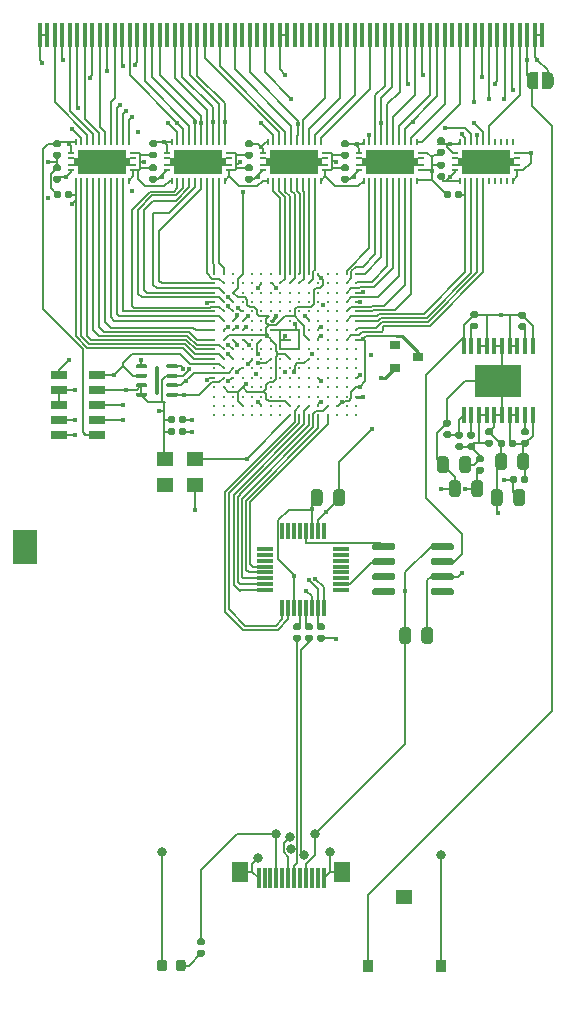
<source format=gtl>
G04 #@! TF.GenerationSoftware,KiCad,Pcbnew,5.1.6-c6e7f7d~86~ubuntu18.04.1*
G04 #@! TF.CreationDate,2021-09-21T12:25:19+02:00*
G04 #@! TF.ProjectId,nhci,6e686369-2e6b-4696-9361-645f70636258,rev?*
G04 #@! TF.SameCoordinates,Original*
G04 #@! TF.FileFunction,Copper,L1,Top*
G04 #@! TF.FilePolarity,Positive*
%FSLAX46Y46*%
G04 Gerber Fmt 4.6, Leading zero omitted, Abs format (unit mm)*
G04 Created by KiCad (PCBNEW 5.1.6-c6e7f7d~86~ubuntu18.04.1) date 2021-09-21 12:25:19*
%MOMM*%
%LPD*%
G01*
G04 APERTURE LIST*
G04 #@! TA.AperFunction,SMDPad,CuDef*
%ADD10C,0.100000*%
G04 #@! TD*
G04 #@! TA.AperFunction,SMDPad,CuDef*
%ADD11R,0.900000X0.800000*%
G04 #@! TD*
G04 #@! TA.AperFunction,SMDPad,CuDef*
%ADD12R,1.400000X1.700000*%
G04 #@! TD*
G04 #@! TA.AperFunction,SMDPad,CuDef*
%ADD13R,0.300000X1.700000*%
G04 #@! TD*
G04 #@! TA.AperFunction,ConnectorPad*
%ADD14R,0.400000X2.000000*%
G04 #@! TD*
G04 #@! TA.AperFunction,ConnectorPad*
%ADD15R,2.000000X3.000000*%
G04 #@! TD*
G04 #@! TA.AperFunction,SMDPad,CuDef*
%ADD16R,1.470000X0.740000*%
G04 #@! TD*
G04 #@! TA.AperFunction,SMDPad,CuDef*
%ADD17R,3.860000X2.740000*%
G04 #@! TD*
G04 #@! TA.AperFunction,SMDPad,CuDef*
%ADD18R,0.450000X1.450000*%
G04 #@! TD*
G04 #@! TA.AperFunction,SMDPad,CuDef*
%ADD19R,1.400000X1.200000*%
G04 #@! TD*
G04 #@! TA.AperFunction,SMDPad,CuDef*
%ADD20R,1.475000X0.300000*%
G04 #@! TD*
G04 #@! TA.AperFunction,SMDPad,CuDef*
%ADD21R,0.300000X1.475000*%
G04 #@! TD*
G04 #@! TA.AperFunction,SMDPad,CuDef*
%ADD22R,0.900000X1.000000*%
G04 #@! TD*
G04 #@! TA.AperFunction,SMDPad,CuDef*
%ADD23C,0.320000*%
G04 #@! TD*
G04 #@! TA.AperFunction,SMDPad,CuDef*
%ADD24R,0.325000X0.750000*%
G04 #@! TD*
G04 #@! TA.AperFunction,SMDPad,CuDef*
%ADD25R,0.600000X0.200000*%
G04 #@! TD*
G04 #@! TA.AperFunction,SMDPad,CuDef*
%ADD26R,4.050000X2.050000*%
G04 #@! TD*
G04 #@! TA.AperFunction,SMDPad,CuDef*
%ADD27R,0.600000X0.240000*%
G04 #@! TD*
G04 #@! TA.AperFunction,SMDPad,CuDef*
%ADD28R,0.240000X0.600000*%
G04 #@! TD*
G04 #@! TA.AperFunction,ViaPad*
%ADD29C,0.400000*%
G04 #@! TD*
G04 #@! TA.AperFunction,ViaPad*
%ADD30C,0.800000*%
G04 #@! TD*
G04 #@! TA.AperFunction,Conductor*
%ADD31C,0.200000*%
G04 #@! TD*
G04 #@! TA.AperFunction,Conductor*
%ADD32C,0.250000*%
G04 #@! TD*
G04 APERTURE END LIST*
G04 #@! TA.AperFunction,SMDPad,CuDef*
D10*
G36*
X86218000Y-102857398D02*
G01*
X86193466Y-102857398D01*
X86144635Y-102852588D01*
X86096510Y-102843016D01*
X86049555Y-102828772D01*
X86004222Y-102809995D01*
X85960949Y-102786864D01*
X85920150Y-102759604D01*
X85882221Y-102728476D01*
X85847524Y-102693779D01*
X85816396Y-102655850D01*
X85789136Y-102615051D01*
X85766005Y-102571778D01*
X85747228Y-102526445D01*
X85732984Y-102479490D01*
X85723412Y-102431365D01*
X85718602Y-102382534D01*
X85718602Y-102358000D01*
X85718000Y-102358000D01*
X85718000Y-101858000D01*
X85718602Y-101858000D01*
X85718602Y-101833466D01*
X85723412Y-101784635D01*
X85732984Y-101736510D01*
X85747228Y-101689555D01*
X85766005Y-101644222D01*
X85789136Y-101600949D01*
X85816396Y-101560150D01*
X85847524Y-101522221D01*
X85882221Y-101487524D01*
X85920150Y-101456396D01*
X85960949Y-101429136D01*
X86004222Y-101406005D01*
X86049555Y-101387228D01*
X86096510Y-101372984D01*
X86144635Y-101363412D01*
X86193466Y-101358602D01*
X86218000Y-101358602D01*
X86218000Y-101358000D01*
X86718000Y-101358000D01*
X86718000Y-102858000D01*
X86218000Y-102858000D01*
X86218000Y-102857398D01*
G37*
G04 #@! TD.AperFunction*
G04 #@! TA.AperFunction,SMDPad,CuDef*
G36*
X87018000Y-101358000D02*
G01*
X87518000Y-101358000D01*
X87518000Y-101358602D01*
X87542534Y-101358602D01*
X87591365Y-101363412D01*
X87639490Y-101372984D01*
X87686445Y-101387228D01*
X87731778Y-101406005D01*
X87775051Y-101429136D01*
X87815850Y-101456396D01*
X87853779Y-101487524D01*
X87888476Y-101522221D01*
X87919604Y-101560150D01*
X87946864Y-101600949D01*
X87969995Y-101644222D01*
X87988772Y-101689555D01*
X88003016Y-101736510D01*
X88012588Y-101784635D01*
X88017398Y-101833466D01*
X88017398Y-101858000D01*
X88018000Y-101858000D01*
X88018000Y-102358000D01*
X88017398Y-102358000D01*
X88017398Y-102382534D01*
X88012588Y-102431365D01*
X88003016Y-102479490D01*
X87988772Y-102526445D01*
X87969995Y-102571778D01*
X87946864Y-102615051D01*
X87919604Y-102655850D01*
X87888476Y-102693779D01*
X87853779Y-102728476D01*
X87815850Y-102759604D01*
X87775051Y-102786864D01*
X87731778Y-102809995D01*
X87686445Y-102828772D01*
X87639490Y-102843016D01*
X87591365Y-102852588D01*
X87542534Y-102857398D01*
X87518000Y-102857398D01*
X87518000Y-102858000D01*
X87018000Y-102858000D01*
X87018000Y-101358000D01*
G37*
G04 #@! TD.AperFunction*
D11*
X76565000Y-125476000D03*
X74565000Y-126426000D03*
X74565000Y-124526000D03*
G04 #@! TA.AperFunction,SMDPad,CuDef*
G36*
G01*
X46292000Y-111587500D02*
X46292000Y-111932500D01*
G75*
G02*
X46144500Y-112080000I-147500J0D01*
G01*
X45849500Y-112080000D01*
G75*
G02*
X45702000Y-111932500I0J147500D01*
G01*
X45702000Y-111587500D01*
G75*
G02*
X45849500Y-111440000I147500J0D01*
G01*
X46144500Y-111440000D01*
G75*
G02*
X46292000Y-111587500I0J-147500D01*
G01*
G37*
G04 #@! TD.AperFunction*
G04 #@! TA.AperFunction,SMDPad,CuDef*
G36*
G01*
X47262000Y-111587500D02*
X47262000Y-111932500D01*
G75*
G02*
X47114500Y-112080000I-147500J0D01*
G01*
X46819500Y-112080000D01*
G75*
G02*
X46672000Y-111932500I0J147500D01*
G01*
X46672000Y-111587500D01*
G75*
G02*
X46819500Y-111440000I147500J0D01*
G01*
X47114500Y-111440000D01*
G75*
G02*
X47262000Y-111587500I0J-147500D01*
G01*
G37*
G04 #@! TD.AperFunction*
D12*
X61466000Y-169082000D03*
X70106000Y-169082000D03*
D13*
X63036000Y-169632000D03*
X63536000Y-169632000D03*
X64036000Y-169632000D03*
X64536000Y-169632000D03*
X65036000Y-169632000D03*
X65536000Y-169632000D03*
X68536000Y-169632000D03*
X68036000Y-169632000D03*
X67536000Y-169632000D03*
X67036000Y-169632000D03*
X66536000Y-169632000D03*
X66036000Y-169632000D03*
D14*
X44513500Y-98282000D03*
X45783500Y-98282000D03*
X47053500Y-98282000D03*
X48323500Y-98282000D03*
X49593500Y-98282000D03*
X50863500Y-98282000D03*
X52133500Y-98282000D03*
X53403500Y-98282000D03*
X54673500Y-98282000D03*
X55943500Y-98282000D03*
X57213500Y-98282000D03*
X58483500Y-98282000D03*
X59753500Y-98282000D03*
X61023500Y-98282000D03*
X62293500Y-98282000D03*
X63563500Y-98282000D03*
X64833500Y-98282000D03*
X66103500Y-98282000D03*
X67373500Y-98282000D03*
X68643500Y-98282000D03*
X69913500Y-98282000D03*
X71183500Y-98282000D03*
X72453500Y-98282000D03*
X73723500Y-98282000D03*
X74993500Y-98282000D03*
X76263500Y-98282000D03*
X77533500Y-98282000D03*
X78803500Y-98282000D03*
X80073500Y-98282000D03*
X81343500Y-98282000D03*
X82613500Y-98282000D03*
X83883500Y-98282000D03*
X85153500Y-98282000D03*
X86423500Y-98282000D03*
X45148500Y-98282000D03*
X46418500Y-98282000D03*
X47688500Y-98282000D03*
X48958500Y-98282000D03*
X50228500Y-98282000D03*
X51498500Y-98282000D03*
X52768500Y-98282000D03*
X54038500Y-98282000D03*
X55308500Y-98282000D03*
X56578500Y-98282000D03*
X57848500Y-98282000D03*
X59118500Y-98282000D03*
X60388500Y-98282000D03*
X61658500Y-98282000D03*
X62928500Y-98282000D03*
X64198500Y-98282000D03*
X65468500Y-98282000D03*
X66738500Y-98282000D03*
X68008500Y-98282000D03*
X69278500Y-98282000D03*
X70548500Y-98282000D03*
X71818500Y-98282000D03*
X73088500Y-98282000D03*
X74358500Y-98282000D03*
X75628500Y-98282000D03*
X76898500Y-98282000D03*
X78168500Y-98282000D03*
X79438500Y-98282000D03*
X80708500Y-98282000D03*
X81978500Y-98282000D03*
X83248500Y-98282000D03*
X84518500Y-98282000D03*
X85788500Y-98282000D03*
X87058500Y-98282000D03*
D15*
X43286000Y-141632000D03*
G04 #@! TA.AperFunction,SMDPad,CuDef*
G36*
G01*
X56001500Y-177294250D02*
X56001500Y-176781750D01*
G75*
G02*
X56220250Y-176563000I218750J0D01*
G01*
X56657750Y-176563000D01*
G75*
G02*
X56876500Y-176781750I0J-218750D01*
G01*
X56876500Y-177294250D01*
G75*
G02*
X56657750Y-177513000I-218750J0D01*
G01*
X56220250Y-177513000D01*
G75*
G02*
X56001500Y-177294250I0J218750D01*
G01*
G37*
G04 #@! TD.AperFunction*
G04 #@! TA.AperFunction,SMDPad,CuDef*
G36*
G01*
X54426500Y-177294250D02*
X54426500Y-176781750D01*
G75*
G02*
X54645250Y-176563000I218750J0D01*
G01*
X55082750Y-176563000D01*
G75*
G02*
X55301500Y-176781750I0J-218750D01*
G01*
X55301500Y-177294250D01*
G75*
G02*
X55082750Y-177513000I-218750J0D01*
G01*
X54645250Y-177513000D01*
G75*
G02*
X54426500Y-177294250I0J218750D01*
G01*
G37*
G04 #@! TD.AperFunction*
G04 #@! TA.AperFunction,SMDPad,CuDef*
G36*
G01*
X57993500Y-175704000D02*
X58338500Y-175704000D01*
G75*
G02*
X58486000Y-175851500I0J-147500D01*
G01*
X58486000Y-176146500D01*
G75*
G02*
X58338500Y-176294000I-147500J0D01*
G01*
X57993500Y-176294000D01*
G75*
G02*
X57846000Y-176146500I0J147500D01*
G01*
X57846000Y-175851500D01*
G75*
G02*
X57993500Y-175704000I147500J0D01*
G01*
G37*
G04 #@! TD.AperFunction*
G04 #@! TA.AperFunction,SMDPad,CuDef*
G36*
G01*
X57993500Y-174734000D02*
X58338500Y-174734000D01*
G75*
G02*
X58486000Y-174881500I0J-147500D01*
G01*
X58486000Y-175176500D01*
G75*
G02*
X58338500Y-175324000I-147500J0D01*
G01*
X57993500Y-175324000D01*
G75*
G02*
X57846000Y-175176500I0J147500D01*
G01*
X57846000Y-174881500D01*
G75*
G02*
X57993500Y-174734000I147500J0D01*
G01*
G37*
G04 #@! TD.AperFunction*
G04 #@! TA.AperFunction,SMDPad,CuDef*
G36*
G01*
X56301000Y-131998500D02*
X56301000Y-131653500D01*
G75*
G02*
X56448500Y-131506000I147500J0D01*
G01*
X56743500Y-131506000D01*
G75*
G02*
X56891000Y-131653500I0J-147500D01*
G01*
X56891000Y-131998500D01*
G75*
G02*
X56743500Y-132146000I-147500J0D01*
G01*
X56448500Y-132146000D01*
G75*
G02*
X56301000Y-131998500I0J147500D01*
G01*
G37*
G04 #@! TD.AperFunction*
G04 #@! TA.AperFunction,SMDPad,CuDef*
G36*
G01*
X55331000Y-131998500D02*
X55331000Y-131653500D01*
G75*
G02*
X55478500Y-131506000I147500J0D01*
G01*
X55773500Y-131506000D01*
G75*
G02*
X55921000Y-131653500I0J-147500D01*
G01*
X55921000Y-131998500D01*
G75*
G02*
X55773500Y-132146000I-147500J0D01*
G01*
X55478500Y-132146000D01*
G75*
G02*
X55331000Y-131998500I0J147500D01*
G01*
G37*
G04 #@! TD.AperFunction*
G04 #@! TA.AperFunction,SMDPad,CuDef*
G36*
G01*
X56301000Y-130982500D02*
X56301000Y-130637500D01*
G75*
G02*
X56448500Y-130490000I147500J0D01*
G01*
X56743500Y-130490000D01*
G75*
G02*
X56891000Y-130637500I0J-147500D01*
G01*
X56891000Y-130982500D01*
G75*
G02*
X56743500Y-131130000I-147500J0D01*
G01*
X56448500Y-131130000D01*
G75*
G02*
X56301000Y-130982500I0J147500D01*
G01*
G37*
G04 #@! TD.AperFunction*
G04 #@! TA.AperFunction,SMDPad,CuDef*
G36*
G01*
X55331000Y-130982500D02*
X55331000Y-130637500D01*
G75*
G02*
X55478500Y-130490000I147500J0D01*
G01*
X55773500Y-130490000D01*
G75*
G02*
X55921000Y-130637500I0J-147500D01*
G01*
X55921000Y-130982500D01*
G75*
G02*
X55773500Y-131130000I-147500J0D01*
G01*
X55478500Y-131130000D01*
G75*
G02*
X55331000Y-130982500I0J147500D01*
G01*
G37*
G04 #@! TD.AperFunction*
D16*
X46137000Y-132080000D03*
X49367000Y-132080000D03*
X46137000Y-130810000D03*
X49367000Y-130810000D03*
X46137000Y-129540000D03*
X49367000Y-129540000D03*
X46137000Y-128270000D03*
X49367000Y-128270000D03*
X46137000Y-127000000D03*
X49367000Y-127000000D03*
G04 #@! TA.AperFunction,SMDPad,CuDef*
G36*
G01*
X77620000Y-141727000D02*
X77620000Y-141427000D01*
G75*
G02*
X77770000Y-141277000I150000J0D01*
G01*
X79420000Y-141277000D01*
G75*
G02*
X79570000Y-141427000I0J-150000D01*
G01*
X79570000Y-141727000D01*
G75*
G02*
X79420000Y-141877000I-150000J0D01*
G01*
X77770000Y-141877000D01*
G75*
G02*
X77620000Y-141727000I0J150000D01*
G01*
G37*
G04 #@! TD.AperFunction*
G04 #@! TA.AperFunction,SMDPad,CuDef*
G36*
G01*
X77620000Y-142997000D02*
X77620000Y-142697000D01*
G75*
G02*
X77770000Y-142547000I150000J0D01*
G01*
X79420000Y-142547000D01*
G75*
G02*
X79570000Y-142697000I0J-150000D01*
G01*
X79570000Y-142997000D01*
G75*
G02*
X79420000Y-143147000I-150000J0D01*
G01*
X77770000Y-143147000D01*
G75*
G02*
X77620000Y-142997000I0J150000D01*
G01*
G37*
G04 #@! TD.AperFunction*
G04 #@! TA.AperFunction,SMDPad,CuDef*
G36*
G01*
X77620000Y-144267000D02*
X77620000Y-143967000D01*
G75*
G02*
X77770000Y-143817000I150000J0D01*
G01*
X79420000Y-143817000D01*
G75*
G02*
X79570000Y-143967000I0J-150000D01*
G01*
X79570000Y-144267000D01*
G75*
G02*
X79420000Y-144417000I-150000J0D01*
G01*
X77770000Y-144417000D01*
G75*
G02*
X77620000Y-144267000I0J150000D01*
G01*
G37*
G04 #@! TD.AperFunction*
G04 #@! TA.AperFunction,SMDPad,CuDef*
G36*
G01*
X77620000Y-145537000D02*
X77620000Y-145237000D01*
G75*
G02*
X77770000Y-145087000I150000J0D01*
G01*
X79420000Y-145087000D01*
G75*
G02*
X79570000Y-145237000I0J-150000D01*
G01*
X79570000Y-145537000D01*
G75*
G02*
X79420000Y-145687000I-150000J0D01*
G01*
X77770000Y-145687000D01*
G75*
G02*
X77620000Y-145537000I0J150000D01*
G01*
G37*
G04 #@! TD.AperFunction*
G04 #@! TA.AperFunction,SMDPad,CuDef*
G36*
G01*
X72670000Y-145537000D02*
X72670000Y-145237000D01*
G75*
G02*
X72820000Y-145087000I150000J0D01*
G01*
X74470000Y-145087000D01*
G75*
G02*
X74620000Y-145237000I0J-150000D01*
G01*
X74620000Y-145537000D01*
G75*
G02*
X74470000Y-145687000I-150000J0D01*
G01*
X72820000Y-145687000D01*
G75*
G02*
X72670000Y-145537000I0J150000D01*
G01*
G37*
G04 #@! TD.AperFunction*
G04 #@! TA.AperFunction,SMDPad,CuDef*
G36*
G01*
X72670000Y-144267000D02*
X72670000Y-143967000D01*
G75*
G02*
X72820000Y-143817000I150000J0D01*
G01*
X74470000Y-143817000D01*
G75*
G02*
X74620000Y-143967000I0J-150000D01*
G01*
X74620000Y-144267000D01*
G75*
G02*
X74470000Y-144417000I-150000J0D01*
G01*
X72820000Y-144417000D01*
G75*
G02*
X72670000Y-144267000I0J150000D01*
G01*
G37*
G04 #@! TD.AperFunction*
G04 #@! TA.AperFunction,SMDPad,CuDef*
G36*
G01*
X72670000Y-142997000D02*
X72670000Y-142697000D01*
G75*
G02*
X72820000Y-142547000I150000J0D01*
G01*
X74470000Y-142547000D01*
G75*
G02*
X74620000Y-142697000I0J-150000D01*
G01*
X74620000Y-142997000D01*
G75*
G02*
X74470000Y-143147000I-150000J0D01*
G01*
X72820000Y-143147000D01*
G75*
G02*
X72670000Y-142997000I0J150000D01*
G01*
G37*
G04 #@! TD.AperFunction*
G04 #@! TA.AperFunction,SMDPad,CuDef*
G36*
G01*
X72670000Y-141727000D02*
X72670000Y-141427000D01*
G75*
G02*
X72820000Y-141277000I150000J0D01*
G01*
X74470000Y-141277000D01*
G75*
G02*
X74620000Y-141427000I0J-150000D01*
G01*
X74620000Y-141727000D01*
G75*
G02*
X74470000Y-141877000I-150000J0D01*
G01*
X72820000Y-141877000D01*
G75*
G02*
X72670000Y-141727000I0J150000D01*
G01*
G37*
G04 #@! TD.AperFunction*
G04 #@! TA.AperFunction,SMDPad,CuDef*
G36*
G01*
X66466500Y-148654000D02*
X66121500Y-148654000D01*
G75*
G02*
X65974000Y-148506500I0J147500D01*
G01*
X65974000Y-148211500D01*
G75*
G02*
X66121500Y-148064000I147500J0D01*
G01*
X66466500Y-148064000D01*
G75*
G02*
X66614000Y-148211500I0J-147500D01*
G01*
X66614000Y-148506500D01*
G75*
G02*
X66466500Y-148654000I-147500J0D01*
G01*
G37*
G04 #@! TD.AperFunction*
G04 #@! TA.AperFunction,SMDPad,CuDef*
G36*
G01*
X66466500Y-149624000D02*
X66121500Y-149624000D01*
G75*
G02*
X65974000Y-149476500I0J147500D01*
G01*
X65974000Y-149181500D01*
G75*
G02*
X66121500Y-149034000I147500J0D01*
G01*
X66466500Y-149034000D01*
G75*
G02*
X66614000Y-149181500I0J-147500D01*
G01*
X66614000Y-149476500D01*
G75*
G02*
X66466500Y-149624000I-147500J0D01*
G01*
G37*
G04 #@! TD.AperFunction*
G04 #@! TA.AperFunction,SMDPad,CuDef*
G36*
G01*
X67482500Y-148654000D02*
X67137500Y-148654000D01*
G75*
G02*
X66990000Y-148506500I0J147500D01*
G01*
X66990000Y-148211500D01*
G75*
G02*
X67137500Y-148064000I147500J0D01*
G01*
X67482500Y-148064000D01*
G75*
G02*
X67630000Y-148211500I0J-147500D01*
G01*
X67630000Y-148506500D01*
G75*
G02*
X67482500Y-148654000I-147500J0D01*
G01*
G37*
G04 #@! TD.AperFunction*
G04 #@! TA.AperFunction,SMDPad,CuDef*
G36*
G01*
X67482500Y-149624000D02*
X67137500Y-149624000D01*
G75*
G02*
X66990000Y-149476500I0J147500D01*
G01*
X66990000Y-149181500D01*
G75*
G02*
X67137500Y-149034000I147500J0D01*
G01*
X67482500Y-149034000D01*
G75*
G02*
X67630000Y-149181500I0J-147500D01*
G01*
X67630000Y-149476500D01*
G75*
G02*
X67482500Y-149624000I-147500J0D01*
G01*
G37*
G04 #@! TD.AperFunction*
G04 #@! TA.AperFunction,SMDPad,CuDef*
G36*
G01*
X76825500Y-149554250D02*
X76825500Y-148641750D01*
G75*
G02*
X77069250Y-148398000I243750J0D01*
G01*
X77556750Y-148398000D01*
G75*
G02*
X77800500Y-148641750I0J-243750D01*
G01*
X77800500Y-149554250D01*
G75*
G02*
X77556750Y-149798000I-243750J0D01*
G01*
X77069250Y-149798000D01*
G75*
G02*
X76825500Y-149554250I0J243750D01*
G01*
G37*
G04 #@! TD.AperFunction*
G04 #@! TA.AperFunction,SMDPad,CuDef*
G36*
G01*
X74950500Y-149554250D02*
X74950500Y-148641750D01*
G75*
G02*
X75194250Y-148398000I243750J0D01*
G01*
X75681750Y-148398000D01*
G75*
G02*
X75925500Y-148641750I0J-243750D01*
G01*
X75925500Y-149554250D01*
G75*
G02*
X75681750Y-149798000I-243750J0D01*
G01*
X75194250Y-149798000D01*
G75*
G02*
X74950500Y-149554250I0J243750D01*
G01*
G37*
G04 #@! TD.AperFunction*
G04 #@! TA.AperFunction,SMDPad,CuDef*
G36*
G01*
X68153500Y-149034000D02*
X68498500Y-149034000D01*
G75*
G02*
X68646000Y-149181500I0J-147500D01*
G01*
X68646000Y-149476500D01*
G75*
G02*
X68498500Y-149624000I-147500J0D01*
G01*
X68153500Y-149624000D01*
G75*
G02*
X68006000Y-149476500I0J147500D01*
G01*
X68006000Y-149181500D01*
G75*
G02*
X68153500Y-149034000I147500J0D01*
G01*
G37*
G04 #@! TD.AperFunction*
G04 #@! TA.AperFunction,SMDPad,CuDef*
G36*
G01*
X68153500Y-148064000D02*
X68498500Y-148064000D01*
G75*
G02*
X68646000Y-148211500I0J-147500D01*
G01*
X68646000Y-148506500D01*
G75*
G02*
X68498500Y-148654000I-147500J0D01*
G01*
X68153500Y-148654000D01*
G75*
G02*
X68006000Y-148506500I0J147500D01*
G01*
X68006000Y-148211500D01*
G75*
G02*
X68153500Y-148064000I147500J0D01*
G01*
G37*
G04 #@! TD.AperFunction*
G04 #@! TA.AperFunction,SMDPad,CuDef*
G36*
G01*
X68462500Y-136957750D02*
X68462500Y-137870250D01*
G75*
G02*
X68218750Y-138114000I-243750J0D01*
G01*
X67731250Y-138114000D01*
G75*
G02*
X67487500Y-137870250I0J243750D01*
G01*
X67487500Y-136957750D01*
G75*
G02*
X67731250Y-136714000I243750J0D01*
G01*
X68218750Y-136714000D01*
G75*
G02*
X68462500Y-136957750I0J-243750D01*
G01*
G37*
G04 #@! TD.AperFunction*
G04 #@! TA.AperFunction,SMDPad,CuDef*
G36*
G01*
X70337500Y-136957750D02*
X70337500Y-137870250D01*
G75*
G02*
X70093750Y-138114000I-243750J0D01*
G01*
X69606250Y-138114000D01*
G75*
G02*
X69362500Y-137870250I0J243750D01*
G01*
X69362500Y-136957750D01*
G75*
G02*
X69606250Y-136714000I243750J0D01*
G01*
X70093750Y-136714000D01*
G75*
G02*
X70337500Y-136957750I0J-243750D01*
G01*
G37*
G04 #@! TD.AperFunction*
G04 #@! TA.AperFunction,SMDPad,CuDef*
G36*
G01*
X85171500Y-122641000D02*
X85516500Y-122641000D01*
G75*
G02*
X85664000Y-122788500I0J-147500D01*
G01*
X85664000Y-123083500D01*
G75*
G02*
X85516500Y-123231000I-147500J0D01*
G01*
X85171500Y-123231000D01*
G75*
G02*
X85024000Y-123083500I0J147500D01*
G01*
X85024000Y-122788500D01*
G75*
G02*
X85171500Y-122641000I147500J0D01*
G01*
G37*
G04 #@! TD.AperFunction*
G04 #@! TA.AperFunction,SMDPad,CuDef*
G36*
G01*
X85171500Y-121671000D02*
X85516500Y-121671000D01*
G75*
G02*
X85664000Y-121818500I0J-147500D01*
G01*
X85664000Y-122113500D01*
G75*
G02*
X85516500Y-122261000I-147500J0D01*
G01*
X85171500Y-122261000D01*
G75*
G02*
X85024000Y-122113500I0J147500D01*
G01*
X85024000Y-121818500D01*
G75*
G02*
X85171500Y-121671000I147500J0D01*
G01*
G37*
G04 #@! TD.AperFunction*
G04 #@! TA.AperFunction,SMDPad,CuDef*
G36*
G01*
X81107500Y-122595000D02*
X81452500Y-122595000D01*
G75*
G02*
X81600000Y-122742500I0J-147500D01*
G01*
X81600000Y-123037500D01*
G75*
G02*
X81452500Y-123185000I-147500J0D01*
G01*
X81107500Y-123185000D01*
G75*
G02*
X80960000Y-123037500I0J147500D01*
G01*
X80960000Y-122742500D01*
G75*
G02*
X81107500Y-122595000I147500J0D01*
G01*
G37*
G04 #@! TD.AperFunction*
G04 #@! TA.AperFunction,SMDPad,CuDef*
G36*
G01*
X81107500Y-121625000D02*
X81452500Y-121625000D01*
G75*
G02*
X81600000Y-121772500I0J-147500D01*
G01*
X81600000Y-122067500D01*
G75*
G02*
X81452500Y-122215000I-147500J0D01*
G01*
X81107500Y-122215000D01*
G75*
G02*
X80960000Y-122067500I0J147500D01*
G01*
X80960000Y-121772500D01*
G75*
G02*
X81107500Y-121625000I147500J0D01*
G01*
G37*
G04 #@! TD.AperFunction*
G04 #@! TA.AperFunction,SMDPad,CuDef*
G36*
G01*
X78821500Y-131785000D02*
X79166500Y-131785000D01*
G75*
G02*
X79314000Y-131932500I0J-147500D01*
G01*
X79314000Y-132227500D01*
G75*
G02*
X79166500Y-132375000I-147500J0D01*
G01*
X78821500Y-132375000D01*
G75*
G02*
X78674000Y-132227500I0J147500D01*
G01*
X78674000Y-131932500D01*
G75*
G02*
X78821500Y-131785000I147500J0D01*
G01*
G37*
G04 #@! TD.AperFunction*
G04 #@! TA.AperFunction,SMDPad,CuDef*
G36*
G01*
X78821500Y-130815000D02*
X79166500Y-130815000D01*
G75*
G02*
X79314000Y-130962500I0J-147500D01*
G01*
X79314000Y-131257500D01*
G75*
G02*
X79166500Y-131405000I-147500J0D01*
G01*
X78821500Y-131405000D01*
G75*
G02*
X78674000Y-131257500I0J147500D01*
G01*
X78674000Y-130962500D01*
G75*
G02*
X78821500Y-130815000I147500J0D01*
G01*
G37*
G04 #@! TD.AperFunction*
G04 #@! TA.AperFunction,SMDPad,CuDef*
G36*
G01*
X79837500Y-132801000D02*
X80182500Y-132801000D01*
G75*
G02*
X80330000Y-132948500I0J-147500D01*
G01*
X80330000Y-133243500D01*
G75*
G02*
X80182500Y-133391000I-147500J0D01*
G01*
X79837500Y-133391000D01*
G75*
G02*
X79690000Y-133243500I0J147500D01*
G01*
X79690000Y-132948500D01*
G75*
G02*
X79837500Y-132801000I147500J0D01*
G01*
G37*
G04 #@! TD.AperFunction*
G04 #@! TA.AperFunction,SMDPad,CuDef*
G36*
G01*
X79837500Y-131831000D02*
X80182500Y-131831000D01*
G75*
G02*
X80330000Y-131978500I0J-147500D01*
G01*
X80330000Y-132273500D01*
G75*
G02*
X80182500Y-132421000I-147500J0D01*
G01*
X79837500Y-132421000D01*
G75*
G02*
X79690000Y-132273500I0J147500D01*
G01*
X79690000Y-131978500D01*
G75*
G02*
X79837500Y-131831000I147500J0D01*
G01*
G37*
G04 #@! TD.AperFunction*
G04 #@! TA.AperFunction,SMDPad,CuDef*
G36*
G01*
X82377500Y-132524000D02*
X82722500Y-132524000D01*
G75*
G02*
X82870000Y-132671500I0J-147500D01*
G01*
X82870000Y-132966500D01*
G75*
G02*
X82722500Y-133114000I-147500J0D01*
G01*
X82377500Y-133114000D01*
G75*
G02*
X82230000Y-132966500I0J147500D01*
G01*
X82230000Y-132671500D01*
G75*
G02*
X82377500Y-132524000I147500J0D01*
G01*
G37*
G04 #@! TD.AperFunction*
G04 #@! TA.AperFunction,SMDPad,CuDef*
G36*
G01*
X82377500Y-131554000D02*
X82722500Y-131554000D01*
G75*
G02*
X82870000Y-131701500I0J-147500D01*
G01*
X82870000Y-131996500D01*
G75*
G02*
X82722500Y-132144000I-147500J0D01*
G01*
X82377500Y-132144000D01*
G75*
G02*
X82230000Y-131996500I0J147500D01*
G01*
X82230000Y-131701500D01*
G75*
G02*
X82377500Y-131554000I147500J0D01*
G01*
G37*
G04 #@! TD.AperFunction*
G04 #@! TA.AperFunction,SMDPad,CuDef*
G36*
G01*
X84264000Y-133014500D02*
X84264000Y-132669500D01*
G75*
G02*
X84411500Y-132522000I147500J0D01*
G01*
X84706500Y-132522000D01*
G75*
G02*
X84854000Y-132669500I0J-147500D01*
G01*
X84854000Y-133014500D01*
G75*
G02*
X84706500Y-133162000I-147500J0D01*
G01*
X84411500Y-133162000D01*
G75*
G02*
X84264000Y-133014500I0J147500D01*
G01*
G37*
G04 #@! TD.AperFunction*
G04 #@! TA.AperFunction,SMDPad,CuDef*
G36*
G01*
X83294000Y-133014500D02*
X83294000Y-132669500D01*
G75*
G02*
X83441500Y-132522000I147500J0D01*
G01*
X83736500Y-132522000D01*
G75*
G02*
X83884000Y-132669500I0J-147500D01*
G01*
X83884000Y-133014500D01*
G75*
G02*
X83736500Y-133162000I-147500J0D01*
G01*
X83441500Y-133162000D01*
G75*
G02*
X83294000Y-133014500I0J147500D01*
G01*
G37*
G04 #@! TD.AperFunction*
G04 #@! TA.AperFunction,SMDPad,CuDef*
G36*
G01*
X84900000Y-135717500D02*
X84900000Y-136062500D01*
G75*
G02*
X84752500Y-136210000I-147500J0D01*
G01*
X84457500Y-136210000D01*
G75*
G02*
X84310000Y-136062500I0J147500D01*
G01*
X84310000Y-135717500D01*
G75*
G02*
X84457500Y-135570000I147500J0D01*
G01*
X84752500Y-135570000D01*
G75*
G02*
X84900000Y-135717500I0J-147500D01*
G01*
G37*
G04 #@! TD.AperFunction*
G04 #@! TA.AperFunction,SMDPad,CuDef*
G36*
G01*
X85870000Y-135717500D02*
X85870000Y-136062500D01*
G75*
G02*
X85722500Y-136210000I-147500J0D01*
G01*
X85427500Y-136210000D01*
G75*
G02*
X85280000Y-136062500I0J147500D01*
G01*
X85280000Y-135717500D01*
G75*
G02*
X85427500Y-135570000I147500J0D01*
G01*
X85722500Y-135570000D01*
G75*
G02*
X85870000Y-135717500I0J-147500D01*
G01*
G37*
G04 #@! TD.AperFunction*
G04 #@! TA.AperFunction,SMDPad,CuDef*
G36*
G01*
X81615500Y-134810000D02*
X81960500Y-134810000D01*
G75*
G02*
X82108000Y-134957500I0J-147500D01*
G01*
X82108000Y-135252500D01*
G75*
G02*
X81960500Y-135400000I-147500J0D01*
G01*
X81615500Y-135400000D01*
G75*
G02*
X81468000Y-135252500I0J147500D01*
G01*
X81468000Y-134957500D01*
G75*
G02*
X81615500Y-134810000I147500J0D01*
G01*
G37*
G04 #@! TD.AperFunction*
G04 #@! TA.AperFunction,SMDPad,CuDef*
G36*
G01*
X81615500Y-133840000D02*
X81960500Y-133840000D01*
G75*
G02*
X82108000Y-133987500I0J-147500D01*
G01*
X82108000Y-134282500D01*
G75*
G02*
X81960500Y-134430000I-147500J0D01*
G01*
X81615500Y-134430000D01*
G75*
G02*
X81468000Y-134282500I0J147500D01*
G01*
X81468000Y-133987500D01*
G75*
G02*
X81615500Y-133840000I147500J0D01*
G01*
G37*
G04 #@! TD.AperFunction*
D17*
X83312000Y-127508000D03*
D18*
X80387000Y-124583000D03*
X81037000Y-124583000D03*
X81687000Y-124583000D03*
X82337000Y-124583000D03*
X82987000Y-124583000D03*
X83637000Y-124583000D03*
X84287000Y-124583000D03*
X84937000Y-124583000D03*
X85587000Y-124583000D03*
X86237000Y-124583000D03*
X86237000Y-130433000D03*
X85587000Y-130433000D03*
X84937000Y-130433000D03*
X84287000Y-130433000D03*
X83637000Y-130433000D03*
X82987000Y-130433000D03*
X82337000Y-130433000D03*
X81687000Y-130433000D03*
X81037000Y-130433000D03*
X80387000Y-130433000D03*
G04 #@! TA.AperFunction,SMDPad,CuDef*
G36*
G01*
X85425500Y-132524000D02*
X85770500Y-132524000D01*
G75*
G02*
X85918000Y-132671500I0J-147500D01*
G01*
X85918000Y-132966500D01*
G75*
G02*
X85770500Y-133114000I-147500J0D01*
G01*
X85425500Y-133114000D01*
G75*
G02*
X85278000Y-132966500I0J147500D01*
G01*
X85278000Y-132671500D01*
G75*
G02*
X85425500Y-132524000I147500J0D01*
G01*
G37*
G04 #@! TD.AperFunction*
G04 #@! TA.AperFunction,SMDPad,CuDef*
G36*
G01*
X85425500Y-131554000D02*
X85770500Y-131554000D01*
G75*
G02*
X85918000Y-131701500I0J-147500D01*
G01*
X85918000Y-131996500D01*
G75*
G02*
X85770500Y-132144000I-147500J0D01*
G01*
X85425500Y-132144000D01*
G75*
G02*
X85278000Y-131996500I0J147500D01*
G01*
X85278000Y-131701500D01*
G75*
G02*
X85425500Y-131554000I147500J0D01*
G01*
G37*
G04 #@! TD.AperFunction*
G04 #@! TA.AperFunction,SMDPad,CuDef*
G36*
G01*
X80853500Y-132801000D02*
X81198500Y-132801000D01*
G75*
G02*
X81346000Y-132948500I0J-147500D01*
G01*
X81346000Y-133243500D01*
G75*
G02*
X81198500Y-133391000I-147500J0D01*
G01*
X80853500Y-133391000D01*
G75*
G02*
X80706000Y-133243500I0J147500D01*
G01*
X80706000Y-132948500D01*
G75*
G02*
X80853500Y-132801000I147500J0D01*
G01*
G37*
G04 #@! TD.AperFunction*
G04 #@! TA.AperFunction,SMDPad,CuDef*
G36*
G01*
X80853500Y-131831000D02*
X81198500Y-131831000D01*
G75*
G02*
X81346000Y-131978500I0J-147500D01*
G01*
X81346000Y-132273500D01*
G75*
G02*
X81198500Y-132421000I-147500J0D01*
G01*
X80853500Y-132421000D01*
G75*
G02*
X80706000Y-132273500I0J147500D01*
G01*
X80706000Y-131978500D01*
G75*
G02*
X80853500Y-131831000I147500J0D01*
G01*
G37*
G04 #@! TD.AperFunction*
G04 #@! TA.AperFunction,SMDPad,CuDef*
G36*
G01*
X84953500Y-134822250D02*
X84953500Y-133909750D01*
G75*
G02*
X85197250Y-133666000I243750J0D01*
G01*
X85684750Y-133666000D01*
G75*
G02*
X85928500Y-133909750I0J-243750D01*
G01*
X85928500Y-134822250D01*
G75*
G02*
X85684750Y-135066000I-243750J0D01*
G01*
X85197250Y-135066000D01*
G75*
G02*
X84953500Y-134822250I0J243750D01*
G01*
G37*
G04 #@! TD.AperFunction*
G04 #@! TA.AperFunction,SMDPad,CuDef*
G36*
G01*
X83078500Y-134822250D02*
X83078500Y-133909750D01*
G75*
G02*
X83322250Y-133666000I243750J0D01*
G01*
X83809750Y-133666000D01*
G75*
G02*
X84053500Y-133909750I0J-243750D01*
G01*
X84053500Y-134822250D01*
G75*
G02*
X83809750Y-135066000I-243750J0D01*
G01*
X83322250Y-135066000D01*
G75*
G02*
X83078500Y-134822250I0J243750D01*
G01*
G37*
G04 #@! TD.AperFunction*
G04 #@! TA.AperFunction,SMDPad,CuDef*
G36*
G01*
X80030500Y-135076250D02*
X80030500Y-134163750D01*
G75*
G02*
X80274250Y-133920000I243750J0D01*
G01*
X80761750Y-133920000D01*
G75*
G02*
X81005500Y-134163750I0J-243750D01*
G01*
X81005500Y-135076250D01*
G75*
G02*
X80761750Y-135320000I-243750J0D01*
G01*
X80274250Y-135320000D01*
G75*
G02*
X80030500Y-135076250I0J243750D01*
G01*
G37*
G04 #@! TD.AperFunction*
G04 #@! TA.AperFunction,SMDPad,CuDef*
G36*
G01*
X78155500Y-135076250D02*
X78155500Y-134163750D01*
G75*
G02*
X78399250Y-133920000I243750J0D01*
G01*
X78886750Y-133920000D01*
G75*
G02*
X79130500Y-134163750I0J-243750D01*
G01*
X79130500Y-135076250D01*
G75*
G02*
X78886750Y-135320000I-243750J0D01*
G01*
X78399250Y-135320000D01*
G75*
G02*
X78155500Y-135076250I0J243750D01*
G01*
G37*
G04 #@! TD.AperFunction*
G04 #@! TA.AperFunction,SMDPad,CuDef*
G36*
G01*
X84602500Y-137870250D02*
X84602500Y-136957750D01*
G75*
G02*
X84846250Y-136714000I243750J0D01*
G01*
X85333750Y-136714000D01*
G75*
G02*
X85577500Y-136957750I0J-243750D01*
G01*
X85577500Y-137870250D01*
G75*
G02*
X85333750Y-138114000I-243750J0D01*
G01*
X84846250Y-138114000D01*
G75*
G02*
X84602500Y-137870250I0J243750D01*
G01*
G37*
G04 #@! TD.AperFunction*
G04 #@! TA.AperFunction,SMDPad,CuDef*
G36*
G01*
X82727500Y-137870250D02*
X82727500Y-136957750D01*
G75*
G02*
X82971250Y-136714000I243750J0D01*
G01*
X83458750Y-136714000D01*
G75*
G02*
X83702500Y-136957750I0J-243750D01*
G01*
X83702500Y-137870250D01*
G75*
G02*
X83458750Y-138114000I-243750J0D01*
G01*
X82971250Y-138114000D01*
G75*
G02*
X82727500Y-137870250I0J243750D01*
G01*
G37*
G04 #@! TD.AperFunction*
G04 #@! TA.AperFunction,SMDPad,CuDef*
G36*
G01*
X81046500Y-137108250D02*
X81046500Y-136195750D01*
G75*
G02*
X81290250Y-135952000I243750J0D01*
G01*
X81777750Y-135952000D01*
G75*
G02*
X82021500Y-136195750I0J-243750D01*
G01*
X82021500Y-137108250D01*
G75*
G02*
X81777750Y-137352000I-243750J0D01*
G01*
X81290250Y-137352000D01*
G75*
G02*
X81046500Y-137108250I0J243750D01*
G01*
G37*
G04 #@! TD.AperFunction*
G04 #@! TA.AperFunction,SMDPad,CuDef*
G36*
G01*
X79171500Y-137108250D02*
X79171500Y-136195750D01*
G75*
G02*
X79415250Y-135952000I243750J0D01*
G01*
X79902750Y-135952000D01*
G75*
G02*
X80146500Y-136195750I0J-243750D01*
G01*
X80146500Y-137108250D01*
G75*
G02*
X79902750Y-137352000I-243750J0D01*
G01*
X79415250Y-137352000D01*
G75*
G02*
X79171500Y-137108250I0J243750D01*
G01*
G37*
G04 #@! TD.AperFunction*
G04 #@! TA.AperFunction,SMDPad,CuDef*
G36*
G01*
X79289000Y-111587500D02*
X79289000Y-111932500D01*
G75*
G02*
X79141500Y-112080000I-147500J0D01*
G01*
X78846500Y-112080000D01*
G75*
G02*
X78699000Y-111932500I0J147500D01*
G01*
X78699000Y-111587500D01*
G75*
G02*
X78846500Y-111440000I147500J0D01*
G01*
X79141500Y-111440000D01*
G75*
G02*
X79289000Y-111587500I0J-147500D01*
G01*
G37*
G04 #@! TD.AperFunction*
G04 #@! TA.AperFunction,SMDPad,CuDef*
G36*
G01*
X80259000Y-111587500D02*
X80259000Y-111932500D01*
G75*
G02*
X80111500Y-112080000I-147500J0D01*
G01*
X79816500Y-112080000D01*
G75*
G02*
X79669000Y-111932500I0J147500D01*
G01*
X79669000Y-111587500D01*
G75*
G02*
X79816500Y-111440000I147500J0D01*
G01*
X80111500Y-111440000D01*
G75*
G02*
X80259000Y-111587500I0J-147500D01*
G01*
G37*
G04 #@! TD.AperFunction*
D19*
X55118000Y-134112000D03*
X57658000Y-134112000D03*
X57658000Y-136312000D03*
X55118000Y-136312000D03*
D20*
X70040000Y-141760000D03*
X70040000Y-142260000D03*
X70040000Y-142760000D03*
X70040000Y-143260000D03*
X70040000Y-143760000D03*
X70040000Y-144260000D03*
X70040000Y-144760000D03*
X70040000Y-145260000D03*
D21*
X68552000Y-146748000D03*
X68052000Y-146748000D03*
X67552000Y-146748000D03*
X67052000Y-146748000D03*
X66552000Y-146748000D03*
X66052000Y-146748000D03*
X65552000Y-146748000D03*
X65052000Y-146748000D03*
D20*
X63564000Y-145260000D03*
X63564000Y-144760000D03*
X63564000Y-144260000D03*
X63564000Y-143760000D03*
X63564000Y-143260000D03*
X63564000Y-142760000D03*
X63564000Y-142260000D03*
X63564000Y-141760000D03*
D21*
X65052000Y-140272000D03*
X65552000Y-140272000D03*
X66052000Y-140272000D03*
X66552000Y-140272000D03*
X67052000Y-140272000D03*
X67552000Y-140272000D03*
X68052000Y-140272000D03*
X68552000Y-140272000D03*
D19*
X75386000Y-171196000D03*
D22*
X72286000Y-177096000D03*
X78486000Y-177096000D03*
G04 #@! TA.AperFunction,SMDPad,CuDef*
G36*
G01*
X54487000Y-128708000D02*
X54337000Y-128708000D01*
G75*
G02*
X54262000Y-128633000I0J75000D01*
G01*
X54262000Y-126383000D01*
G75*
G02*
X54337000Y-126308000I75000J0D01*
G01*
X54487000Y-126308000D01*
G75*
G02*
X54562000Y-126383000I0J-75000D01*
G01*
X54562000Y-128633000D01*
G75*
G02*
X54487000Y-128708000I-75000J0D01*
G01*
G37*
G04 #@! TD.AperFunction*
G04 #@! TA.AperFunction,SMDPad,CuDef*
G36*
G01*
X53499500Y-128883000D02*
X52724500Y-128883000D01*
G75*
G02*
X52637000Y-128795500I0J87500D01*
G01*
X52637000Y-128620500D01*
G75*
G02*
X52724500Y-128533000I87500J0D01*
G01*
X53499500Y-128533000D01*
G75*
G02*
X53587000Y-128620500I0J-87500D01*
G01*
X53587000Y-128795500D01*
G75*
G02*
X53499500Y-128883000I-87500J0D01*
G01*
G37*
G04 #@! TD.AperFunction*
G04 #@! TA.AperFunction,SMDPad,CuDef*
G36*
G01*
X53499500Y-128083000D02*
X52724500Y-128083000D01*
G75*
G02*
X52637000Y-127995500I0J87500D01*
G01*
X52637000Y-127820500D01*
G75*
G02*
X52724500Y-127733000I87500J0D01*
G01*
X53499500Y-127733000D01*
G75*
G02*
X53587000Y-127820500I0J-87500D01*
G01*
X53587000Y-127995500D01*
G75*
G02*
X53499500Y-128083000I-87500J0D01*
G01*
G37*
G04 #@! TD.AperFunction*
G04 #@! TA.AperFunction,SMDPad,CuDef*
G36*
G01*
X53499500Y-127283000D02*
X52724500Y-127283000D01*
G75*
G02*
X52637000Y-127195500I0J87500D01*
G01*
X52637000Y-127020500D01*
G75*
G02*
X52724500Y-126933000I87500J0D01*
G01*
X53499500Y-126933000D01*
G75*
G02*
X53587000Y-127020500I0J-87500D01*
G01*
X53587000Y-127195500D01*
G75*
G02*
X53499500Y-127283000I-87500J0D01*
G01*
G37*
G04 #@! TD.AperFunction*
G04 #@! TA.AperFunction,SMDPad,CuDef*
G36*
G01*
X53499500Y-126483000D02*
X52724500Y-126483000D01*
G75*
G02*
X52637000Y-126395500I0J87500D01*
G01*
X52637000Y-126220500D01*
G75*
G02*
X52724500Y-126133000I87500J0D01*
G01*
X53499500Y-126133000D01*
G75*
G02*
X53587000Y-126220500I0J-87500D01*
G01*
X53587000Y-126395500D01*
G75*
G02*
X53499500Y-126483000I-87500J0D01*
G01*
G37*
G04 #@! TD.AperFunction*
G04 #@! TA.AperFunction,SMDPad,CuDef*
G36*
G01*
X56099500Y-126483000D02*
X55324500Y-126483000D01*
G75*
G02*
X55237000Y-126395500I0J87500D01*
G01*
X55237000Y-126220500D01*
G75*
G02*
X55324500Y-126133000I87500J0D01*
G01*
X56099500Y-126133000D01*
G75*
G02*
X56187000Y-126220500I0J-87500D01*
G01*
X56187000Y-126395500D01*
G75*
G02*
X56099500Y-126483000I-87500J0D01*
G01*
G37*
G04 #@! TD.AperFunction*
G04 #@! TA.AperFunction,SMDPad,CuDef*
G36*
G01*
X56099500Y-127283000D02*
X55324500Y-127283000D01*
G75*
G02*
X55237000Y-127195500I0J87500D01*
G01*
X55237000Y-127020500D01*
G75*
G02*
X55324500Y-126933000I87500J0D01*
G01*
X56099500Y-126933000D01*
G75*
G02*
X56187000Y-127020500I0J-87500D01*
G01*
X56187000Y-127195500D01*
G75*
G02*
X56099500Y-127283000I-87500J0D01*
G01*
G37*
G04 #@! TD.AperFunction*
G04 #@! TA.AperFunction,SMDPad,CuDef*
G36*
G01*
X56099500Y-128083000D02*
X55324500Y-128083000D01*
G75*
G02*
X55237000Y-127995500I0J87500D01*
G01*
X55237000Y-127820500D01*
G75*
G02*
X55324500Y-127733000I87500J0D01*
G01*
X56099500Y-127733000D01*
G75*
G02*
X56187000Y-127820500I0J-87500D01*
G01*
X56187000Y-127995500D01*
G75*
G02*
X56099500Y-128083000I-87500J0D01*
G01*
G37*
G04 #@! TD.AperFunction*
G04 #@! TA.AperFunction,SMDPad,CuDef*
G36*
G01*
X56099500Y-128883000D02*
X55324500Y-128883000D01*
G75*
G02*
X55237000Y-128795500I0J87500D01*
G01*
X55237000Y-128620500D01*
G75*
G02*
X55324500Y-128533000I87500J0D01*
G01*
X56099500Y-128533000D01*
G75*
G02*
X56187000Y-128620500I0J-87500D01*
G01*
X56187000Y-128795500D01*
G75*
G02*
X56099500Y-128883000I-87500J0D01*
G01*
G37*
G04 #@! TD.AperFunction*
D23*
X59278000Y-130460000D03*
X60078000Y-130460000D03*
X60878000Y-130460000D03*
X61678000Y-130460000D03*
X62478000Y-130460000D03*
X63278000Y-130460000D03*
X64078000Y-130460000D03*
X64878000Y-130460000D03*
X65678000Y-130460000D03*
X66478000Y-130460000D03*
X67278000Y-130460000D03*
X68078000Y-130460000D03*
X68878000Y-130460000D03*
X69678000Y-130460000D03*
X70478000Y-130460000D03*
X71278000Y-130460000D03*
X59278000Y-129660000D03*
X60078000Y-129660000D03*
X60878000Y-129660000D03*
X61678000Y-129660000D03*
X62478000Y-129660000D03*
X63278000Y-129660000D03*
X64078000Y-129660000D03*
X64878000Y-129660000D03*
X65678000Y-129660000D03*
X66478000Y-129660000D03*
X67278000Y-129660000D03*
X68078000Y-129660000D03*
X68878000Y-129660000D03*
X69678000Y-129660000D03*
X70478000Y-129660000D03*
X71278000Y-129660000D03*
X59278000Y-128860000D03*
X60078000Y-128860000D03*
X60878000Y-128860000D03*
X61678000Y-128860000D03*
X62478000Y-128860000D03*
X63278000Y-128860000D03*
X64078000Y-128860000D03*
X64878000Y-128860000D03*
X65678000Y-128860000D03*
X66478000Y-128860000D03*
X67278000Y-128860000D03*
X68078000Y-128860000D03*
X68878000Y-128860000D03*
X69678000Y-128860000D03*
X70478000Y-128860000D03*
X71278000Y-128860000D03*
X59278000Y-128060000D03*
X60078000Y-128060000D03*
X60878000Y-128060000D03*
X61678000Y-128060000D03*
X62478000Y-128060000D03*
X63278000Y-128060000D03*
X64078000Y-128060000D03*
X64878000Y-128060000D03*
X65678000Y-128060000D03*
X66478000Y-128060000D03*
X67278000Y-128060000D03*
X68078000Y-128060000D03*
X68878000Y-128060000D03*
X69678000Y-128060000D03*
X70478000Y-128060000D03*
X71278000Y-128060000D03*
X59278000Y-127260000D03*
X60078000Y-127260000D03*
X60878000Y-127260000D03*
X61678000Y-127260000D03*
X62478000Y-127260000D03*
X63278000Y-127260000D03*
X64078000Y-127260000D03*
X64878000Y-127260000D03*
X65678000Y-127260000D03*
X66478000Y-127260000D03*
X67278000Y-127260000D03*
X68078000Y-127260000D03*
X68878000Y-127260000D03*
X69678000Y-127260000D03*
X70478000Y-127260000D03*
X71278000Y-127260000D03*
X59278000Y-126460000D03*
X60078000Y-126460000D03*
X60878000Y-126460000D03*
X61678000Y-126460000D03*
X62478000Y-126460000D03*
X63278000Y-126460000D03*
X64078000Y-126460000D03*
X64878000Y-126460000D03*
X65678000Y-126460000D03*
X66478000Y-126460000D03*
X67278000Y-126460000D03*
X68078000Y-126460000D03*
X68878000Y-126460000D03*
X69678000Y-126460000D03*
X70478000Y-126460000D03*
X71278000Y-126460000D03*
X59278000Y-125660000D03*
X60078000Y-125660000D03*
X60878000Y-125660000D03*
X61678000Y-125660000D03*
X62478000Y-125660000D03*
X63278000Y-125660000D03*
X64078000Y-125660000D03*
X64878000Y-125660000D03*
X65678000Y-125660000D03*
X66478000Y-125660000D03*
X67278000Y-125660000D03*
X68078000Y-125660000D03*
X68878000Y-125660000D03*
X69678000Y-125660000D03*
X70478000Y-125660000D03*
X71278000Y-125660000D03*
X59278000Y-124860000D03*
X60078000Y-124860000D03*
X60878000Y-124860000D03*
X61678000Y-124860000D03*
X62478000Y-124860000D03*
X63278000Y-124860000D03*
X64078000Y-124860000D03*
X64878000Y-124860000D03*
X65678000Y-124860000D03*
X66478000Y-124860000D03*
X67278000Y-124860000D03*
X68078000Y-124860000D03*
X68878000Y-124860000D03*
X69678000Y-124860000D03*
X70478000Y-124860000D03*
X71278000Y-124860000D03*
X59278000Y-124060000D03*
X60078000Y-124060000D03*
X60878000Y-124060000D03*
X61678000Y-124060000D03*
X62478000Y-124060000D03*
X63278000Y-124060000D03*
X64078000Y-124060000D03*
X64878000Y-124060000D03*
X65678000Y-124060000D03*
X66478000Y-124060000D03*
X67278000Y-124060000D03*
X68078000Y-124060000D03*
X68878000Y-124060000D03*
X69678000Y-124060000D03*
X70478000Y-124060000D03*
X71278000Y-124060000D03*
X59278000Y-123260000D03*
X60078000Y-123260000D03*
X60878000Y-123260000D03*
X61678000Y-123260000D03*
X62478000Y-123260000D03*
X63278000Y-123260000D03*
X64078000Y-123260000D03*
X64878000Y-123260000D03*
X65678000Y-123260000D03*
X66478000Y-123260000D03*
X67278000Y-123260000D03*
X68078000Y-123260000D03*
X68878000Y-123260000D03*
X69678000Y-123260000D03*
X70478000Y-123260000D03*
X71278000Y-123260000D03*
X59278000Y-122460000D03*
X60078000Y-122460000D03*
X60878000Y-122460000D03*
X61678000Y-122460000D03*
X62478000Y-122460000D03*
X63278000Y-122460000D03*
X64078000Y-122460000D03*
X64878000Y-122460000D03*
X65678000Y-122460000D03*
X66478000Y-122460000D03*
X67278000Y-122460000D03*
X68078000Y-122460000D03*
X68878000Y-122460000D03*
X69678000Y-122460000D03*
X70478000Y-122460000D03*
X71278000Y-122460000D03*
X59278000Y-121660000D03*
X60078000Y-121660000D03*
X60878000Y-121660000D03*
X61678000Y-121660000D03*
X62478000Y-121660000D03*
X63278000Y-121660000D03*
X64078000Y-121660000D03*
X64878000Y-121660000D03*
X65678000Y-121660000D03*
X66478000Y-121660000D03*
X67278000Y-121660000D03*
X68078000Y-121660000D03*
X68878000Y-121660000D03*
X69678000Y-121660000D03*
X70478000Y-121660000D03*
X71278000Y-121660000D03*
X59278000Y-120860000D03*
X60078000Y-120860000D03*
X60878000Y-120860000D03*
X61678000Y-120860000D03*
X62478000Y-120860000D03*
X63278000Y-120860000D03*
X64078000Y-120860000D03*
X64878000Y-120860000D03*
X65678000Y-120860000D03*
X66478000Y-120860000D03*
X67278000Y-120860000D03*
X68078000Y-120860000D03*
X68878000Y-120860000D03*
X69678000Y-120860000D03*
X70478000Y-120860000D03*
X71278000Y-120860000D03*
X59278000Y-120060000D03*
X60078000Y-120060000D03*
X60878000Y-120060000D03*
X61678000Y-120060000D03*
X62478000Y-120060000D03*
X63278000Y-120060000D03*
X64078000Y-120060000D03*
X64878000Y-120060000D03*
X65678000Y-120060000D03*
X66478000Y-120060000D03*
X67278000Y-120060000D03*
X68078000Y-120060000D03*
X68878000Y-120060000D03*
X69678000Y-120060000D03*
X70478000Y-120060000D03*
X71278000Y-120060000D03*
X59278000Y-119260000D03*
X60078000Y-119260000D03*
X60878000Y-119260000D03*
X61678000Y-119260000D03*
X62478000Y-119260000D03*
X63278000Y-119260000D03*
X64078000Y-119260000D03*
X64878000Y-119260000D03*
X65678000Y-119260000D03*
X66478000Y-119260000D03*
X67278000Y-119260000D03*
X68078000Y-119260000D03*
X68878000Y-119260000D03*
X69678000Y-119260000D03*
X70478000Y-119260000D03*
X71278000Y-119260000D03*
X59278000Y-118460000D03*
X60078000Y-118460000D03*
X60878000Y-118460000D03*
X61678000Y-118460000D03*
X62478000Y-118460000D03*
X63278000Y-118460000D03*
X64078000Y-118460000D03*
X64878000Y-118460000D03*
X65678000Y-118460000D03*
X66478000Y-118460000D03*
X67278000Y-118460000D03*
X68078000Y-118460000D03*
X68878000Y-118460000D03*
X69678000Y-118460000D03*
X70478000Y-118460000D03*
X71278000Y-118460000D03*
G04 #@! TA.AperFunction,SMDPad,CuDef*
G36*
G01*
X46146500Y-109792000D02*
X45801500Y-109792000D01*
G75*
G02*
X45654000Y-109644500I0J147500D01*
G01*
X45654000Y-109349500D01*
G75*
G02*
X45801500Y-109202000I147500J0D01*
G01*
X46146500Y-109202000D01*
G75*
G02*
X46294000Y-109349500I0J-147500D01*
G01*
X46294000Y-109644500D01*
G75*
G02*
X46146500Y-109792000I-147500J0D01*
G01*
G37*
G04 #@! TD.AperFunction*
G04 #@! TA.AperFunction,SMDPad,CuDef*
G36*
G01*
X46146500Y-110762000D02*
X45801500Y-110762000D01*
G75*
G02*
X45654000Y-110614500I0J147500D01*
G01*
X45654000Y-110319500D01*
G75*
G02*
X45801500Y-110172000I147500J0D01*
G01*
X46146500Y-110172000D01*
G75*
G02*
X46294000Y-110319500I0J-147500D01*
G01*
X46294000Y-110614500D01*
G75*
G02*
X46146500Y-110762000I-147500J0D01*
G01*
G37*
G04 #@! TD.AperFunction*
G04 #@! TA.AperFunction,SMDPad,CuDef*
G36*
G01*
X45801500Y-108140000D02*
X46146500Y-108140000D01*
G75*
G02*
X46294000Y-108287500I0J-147500D01*
G01*
X46294000Y-108582500D01*
G75*
G02*
X46146500Y-108730000I-147500J0D01*
G01*
X45801500Y-108730000D01*
G75*
G02*
X45654000Y-108582500I0J147500D01*
G01*
X45654000Y-108287500D01*
G75*
G02*
X45801500Y-108140000I147500J0D01*
G01*
G37*
G04 #@! TD.AperFunction*
G04 #@! TA.AperFunction,SMDPad,CuDef*
G36*
G01*
X45801500Y-107170000D02*
X46146500Y-107170000D01*
G75*
G02*
X46294000Y-107317500I0J-147500D01*
G01*
X46294000Y-107612500D01*
G75*
G02*
X46146500Y-107760000I-147500J0D01*
G01*
X45801500Y-107760000D01*
G75*
G02*
X45654000Y-107612500I0J147500D01*
G01*
X45654000Y-107317500D01*
G75*
G02*
X45801500Y-107170000I147500J0D01*
G01*
G37*
G04 #@! TD.AperFunction*
G04 #@! TA.AperFunction,SMDPad,CuDef*
G36*
G01*
X54274500Y-109792000D02*
X53929500Y-109792000D01*
G75*
G02*
X53782000Y-109644500I0J147500D01*
G01*
X53782000Y-109349500D01*
G75*
G02*
X53929500Y-109202000I147500J0D01*
G01*
X54274500Y-109202000D01*
G75*
G02*
X54422000Y-109349500I0J-147500D01*
G01*
X54422000Y-109644500D01*
G75*
G02*
X54274500Y-109792000I-147500J0D01*
G01*
G37*
G04 #@! TD.AperFunction*
G04 #@! TA.AperFunction,SMDPad,CuDef*
G36*
G01*
X54274500Y-110762000D02*
X53929500Y-110762000D01*
G75*
G02*
X53782000Y-110614500I0J147500D01*
G01*
X53782000Y-110319500D01*
G75*
G02*
X53929500Y-110172000I147500J0D01*
G01*
X54274500Y-110172000D01*
G75*
G02*
X54422000Y-110319500I0J-147500D01*
G01*
X54422000Y-110614500D01*
G75*
G02*
X54274500Y-110762000I-147500J0D01*
G01*
G37*
G04 #@! TD.AperFunction*
G04 #@! TA.AperFunction,SMDPad,CuDef*
G36*
G01*
X53929500Y-108117000D02*
X54274500Y-108117000D01*
G75*
G02*
X54422000Y-108264500I0J-147500D01*
G01*
X54422000Y-108559500D01*
G75*
G02*
X54274500Y-108707000I-147500J0D01*
G01*
X53929500Y-108707000D01*
G75*
G02*
X53782000Y-108559500I0J147500D01*
G01*
X53782000Y-108264500D01*
G75*
G02*
X53929500Y-108117000I147500J0D01*
G01*
G37*
G04 #@! TD.AperFunction*
G04 #@! TA.AperFunction,SMDPad,CuDef*
G36*
G01*
X53929500Y-107147000D02*
X54274500Y-107147000D01*
G75*
G02*
X54422000Y-107294500I0J-147500D01*
G01*
X54422000Y-107589500D01*
G75*
G02*
X54274500Y-107737000I-147500J0D01*
G01*
X53929500Y-107737000D01*
G75*
G02*
X53782000Y-107589500I0J147500D01*
G01*
X53782000Y-107294500D01*
G75*
G02*
X53929500Y-107147000I147500J0D01*
G01*
G37*
G04 #@! TD.AperFunction*
G04 #@! TA.AperFunction,SMDPad,CuDef*
G36*
G01*
X62402500Y-109792000D02*
X62057500Y-109792000D01*
G75*
G02*
X61910000Y-109644500I0J147500D01*
G01*
X61910000Y-109349500D01*
G75*
G02*
X62057500Y-109202000I147500J0D01*
G01*
X62402500Y-109202000D01*
G75*
G02*
X62550000Y-109349500I0J-147500D01*
G01*
X62550000Y-109644500D01*
G75*
G02*
X62402500Y-109792000I-147500J0D01*
G01*
G37*
G04 #@! TD.AperFunction*
G04 #@! TA.AperFunction,SMDPad,CuDef*
G36*
G01*
X62402500Y-110762000D02*
X62057500Y-110762000D01*
G75*
G02*
X61910000Y-110614500I0J147500D01*
G01*
X61910000Y-110319500D01*
G75*
G02*
X62057500Y-110172000I147500J0D01*
G01*
X62402500Y-110172000D01*
G75*
G02*
X62550000Y-110319500I0J-147500D01*
G01*
X62550000Y-110614500D01*
G75*
G02*
X62402500Y-110762000I-147500J0D01*
G01*
G37*
G04 #@! TD.AperFunction*
G04 #@! TA.AperFunction,SMDPad,CuDef*
G36*
G01*
X62057500Y-108140000D02*
X62402500Y-108140000D01*
G75*
G02*
X62550000Y-108287500I0J-147500D01*
G01*
X62550000Y-108582500D01*
G75*
G02*
X62402500Y-108730000I-147500J0D01*
G01*
X62057500Y-108730000D01*
G75*
G02*
X61910000Y-108582500I0J147500D01*
G01*
X61910000Y-108287500D01*
G75*
G02*
X62057500Y-108140000I147500J0D01*
G01*
G37*
G04 #@! TD.AperFunction*
G04 #@! TA.AperFunction,SMDPad,CuDef*
G36*
G01*
X62057500Y-107170000D02*
X62402500Y-107170000D01*
G75*
G02*
X62550000Y-107317500I0J-147500D01*
G01*
X62550000Y-107612500D01*
G75*
G02*
X62402500Y-107760000I-147500J0D01*
G01*
X62057500Y-107760000D01*
G75*
G02*
X61910000Y-107612500I0J147500D01*
G01*
X61910000Y-107317500D01*
G75*
G02*
X62057500Y-107170000I147500J0D01*
G01*
G37*
G04 #@! TD.AperFunction*
G04 #@! TA.AperFunction,SMDPad,CuDef*
G36*
G01*
X70530500Y-109792000D02*
X70185500Y-109792000D01*
G75*
G02*
X70038000Y-109644500I0J147500D01*
G01*
X70038000Y-109349500D01*
G75*
G02*
X70185500Y-109202000I147500J0D01*
G01*
X70530500Y-109202000D01*
G75*
G02*
X70678000Y-109349500I0J-147500D01*
G01*
X70678000Y-109644500D01*
G75*
G02*
X70530500Y-109792000I-147500J0D01*
G01*
G37*
G04 #@! TD.AperFunction*
G04 #@! TA.AperFunction,SMDPad,CuDef*
G36*
G01*
X70530500Y-110762000D02*
X70185500Y-110762000D01*
G75*
G02*
X70038000Y-110614500I0J147500D01*
G01*
X70038000Y-110319500D01*
G75*
G02*
X70185500Y-110172000I147500J0D01*
G01*
X70530500Y-110172000D01*
G75*
G02*
X70678000Y-110319500I0J-147500D01*
G01*
X70678000Y-110614500D01*
G75*
G02*
X70530500Y-110762000I-147500J0D01*
G01*
G37*
G04 #@! TD.AperFunction*
G04 #@! TA.AperFunction,SMDPad,CuDef*
G36*
G01*
X70185500Y-108140000D02*
X70530500Y-108140000D01*
G75*
G02*
X70678000Y-108287500I0J-147500D01*
G01*
X70678000Y-108582500D01*
G75*
G02*
X70530500Y-108730000I-147500J0D01*
G01*
X70185500Y-108730000D01*
G75*
G02*
X70038000Y-108582500I0J147500D01*
G01*
X70038000Y-108287500D01*
G75*
G02*
X70185500Y-108140000I147500J0D01*
G01*
G37*
G04 #@! TD.AperFunction*
G04 #@! TA.AperFunction,SMDPad,CuDef*
G36*
G01*
X70185500Y-107170000D02*
X70530500Y-107170000D01*
G75*
G02*
X70678000Y-107317500I0J-147500D01*
G01*
X70678000Y-107612500D01*
G75*
G02*
X70530500Y-107760000I-147500J0D01*
G01*
X70185500Y-107760000D01*
G75*
G02*
X70038000Y-107612500I0J147500D01*
G01*
X70038000Y-107317500D01*
G75*
G02*
X70185500Y-107170000I147500J0D01*
G01*
G37*
G04 #@! TD.AperFunction*
G04 #@! TA.AperFunction,SMDPad,CuDef*
G36*
G01*
X78658500Y-109561000D02*
X78313500Y-109561000D01*
G75*
G02*
X78166000Y-109413500I0J147500D01*
G01*
X78166000Y-109118500D01*
G75*
G02*
X78313500Y-108971000I147500J0D01*
G01*
X78658500Y-108971000D01*
G75*
G02*
X78806000Y-109118500I0J-147500D01*
G01*
X78806000Y-109413500D01*
G75*
G02*
X78658500Y-109561000I-147500J0D01*
G01*
G37*
G04 #@! TD.AperFunction*
G04 #@! TA.AperFunction,SMDPad,CuDef*
G36*
G01*
X78658500Y-110531000D02*
X78313500Y-110531000D01*
G75*
G02*
X78166000Y-110383500I0J147500D01*
G01*
X78166000Y-110088500D01*
G75*
G02*
X78313500Y-109941000I147500J0D01*
G01*
X78658500Y-109941000D01*
G75*
G02*
X78806000Y-110088500I0J-147500D01*
G01*
X78806000Y-110383500D01*
G75*
G02*
X78658500Y-110531000I-147500J0D01*
G01*
G37*
G04 #@! TD.AperFunction*
G04 #@! TA.AperFunction,SMDPad,CuDef*
G36*
G01*
X78313500Y-107886000D02*
X78658500Y-107886000D01*
G75*
G02*
X78806000Y-108033500I0J-147500D01*
G01*
X78806000Y-108328500D01*
G75*
G02*
X78658500Y-108476000I-147500J0D01*
G01*
X78313500Y-108476000D01*
G75*
G02*
X78166000Y-108328500I0J147500D01*
G01*
X78166000Y-108033500D01*
G75*
G02*
X78313500Y-107886000I147500J0D01*
G01*
G37*
G04 #@! TD.AperFunction*
G04 #@! TA.AperFunction,SMDPad,CuDef*
G36*
G01*
X78313500Y-106916000D02*
X78658500Y-106916000D01*
G75*
G02*
X78806000Y-107063500I0J-147500D01*
G01*
X78806000Y-107358500D01*
G75*
G02*
X78658500Y-107506000I-147500J0D01*
G01*
X78313500Y-107506000D01*
G75*
G02*
X78166000Y-107358500I0J147500D01*
G01*
X78166000Y-107063500D01*
G75*
G02*
X78313500Y-106916000I147500J0D01*
G01*
G37*
G04 #@! TD.AperFunction*
D24*
X84484000Y-108966000D03*
X80108000Y-108966000D03*
D25*
X84946000Y-108691000D03*
X84946000Y-109241000D03*
X79646000Y-108691000D03*
X79646000Y-109241000D03*
D26*
X82296000Y-108966000D03*
D27*
X79646000Y-108216000D03*
D28*
X80046000Y-107316000D03*
X80546000Y-107316000D03*
X81046000Y-107316000D03*
X81546000Y-107316000D03*
X82046000Y-107316000D03*
X82546000Y-107316000D03*
X83046000Y-107316000D03*
X83546000Y-107316000D03*
X84046000Y-107316000D03*
X84546000Y-107316000D03*
D27*
X84946000Y-108216000D03*
X84946000Y-109716000D03*
D28*
X84546000Y-110616000D03*
X84046000Y-110616000D03*
X83546000Y-110616000D03*
X83046000Y-110616000D03*
X82546000Y-110616000D03*
X82046000Y-110616000D03*
X81546000Y-110616000D03*
X81046000Y-110616000D03*
X80546000Y-110616000D03*
X80046000Y-110616000D03*
D27*
X79646000Y-109716000D03*
D24*
X76356000Y-108966000D03*
X71980000Y-108966000D03*
D25*
X76818000Y-108691000D03*
X76818000Y-109241000D03*
X71518000Y-108691000D03*
X71518000Y-109241000D03*
D26*
X74168000Y-108966000D03*
D27*
X71518000Y-108216000D03*
D28*
X71918000Y-107316000D03*
X72418000Y-107316000D03*
X72918000Y-107316000D03*
X73418000Y-107316000D03*
X73918000Y-107316000D03*
X74418000Y-107316000D03*
X74918000Y-107316000D03*
X75418000Y-107316000D03*
X75918000Y-107316000D03*
X76418000Y-107316000D03*
D27*
X76818000Y-108216000D03*
X76818000Y-109716000D03*
D28*
X76418000Y-110616000D03*
X75918000Y-110616000D03*
X75418000Y-110616000D03*
X74918000Y-110616000D03*
X74418000Y-110616000D03*
X73918000Y-110616000D03*
X73418000Y-110616000D03*
X72918000Y-110616000D03*
X72418000Y-110616000D03*
X71918000Y-110616000D03*
D27*
X71518000Y-109716000D03*
D24*
X68228000Y-108966000D03*
X63852000Y-108966000D03*
D25*
X68690000Y-108691000D03*
X68690000Y-109241000D03*
X63390000Y-108691000D03*
X63390000Y-109241000D03*
D26*
X66040000Y-108966000D03*
D27*
X63390000Y-108216000D03*
D28*
X63790000Y-107316000D03*
X64290000Y-107316000D03*
X64790000Y-107316000D03*
X65290000Y-107316000D03*
X65790000Y-107316000D03*
X66290000Y-107316000D03*
X66790000Y-107316000D03*
X67290000Y-107316000D03*
X67790000Y-107316000D03*
X68290000Y-107316000D03*
D27*
X68690000Y-108216000D03*
X68690000Y-109716000D03*
D28*
X68290000Y-110616000D03*
X67790000Y-110616000D03*
X67290000Y-110616000D03*
X66790000Y-110616000D03*
X66290000Y-110616000D03*
X65790000Y-110616000D03*
X65290000Y-110616000D03*
X64790000Y-110616000D03*
X64290000Y-110616000D03*
X63790000Y-110616000D03*
D27*
X63390000Y-109716000D03*
D24*
X60100000Y-108966000D03*
X55724000Y-108966000D03*
D25*
X60562000Y-108691000D03*
X60562000Y-109241000D03*
X55262000Y-108691000D03*
X55262000Y-109241000D03*
D26*
X57912000Y-108966000D03*
D27*
X55262000Y-108216000D03*
D28*
X55662000Y-107316000D03*
X56162000Y-107316000D03*
X56662000Y-107316000D03*
X57162000Y-107316000D03*
X57662000Y-107316000D03*
X58162000Y-107316000D03*
X58662000Y-107316000D03*
X59162000Y-107316000D03*
X59662000Y-107316000D03*
X60162000Y-107316000D03*
D27*
X60562000Y-108216000D03*
X60562000Y-109716000D03*
D28*
X60162000Y-110616000D03*
X59662000Y-110616000D03*
X59162000Y-110616000D03*
X58662000Y-110616000D03*
X58162000Y-110616000D03*
X57662000Y-110616000D03*
X57162000Y-110616000D03*
X56662000Y-110616000D03*
X56162000Y-110616000D03*
X55662000Y-110616000D03*
D27*
X55262000Y-109716000D03*
D24*
X51972000Y-108966000D03*
X47596000Y-108966000D03*
D25*
X52434000Y-108691000D03*
X52434000Y-109241000D03*
X47134000Y-108691000D03*
X47134000Y-109241000D03*
D26*
X49784000Y-108966000D03*
D27*
X47134000Y-108216000D03*
D28*
X47534000Y-107316000D03*
X48034000Y-107316000D03*
X48534000Y-107316000D03*
X49034000Y-107316000D03*
X49534000Y-107316000D03*
X50034000Y-107316000D03*
X50534000Y-107316000D03*
X51034000Y-107316000D03*
X51534000Y-107316000D03*
X52034000Y-107316000D03*
D27*
X52434000Y-108216000D03*
X52434000Y-109716000D03*
D28*
X52034000Y-110616000D03*
X51534000Y-110616000D03*
X51034000Y-110616000D03*
X50534000Y-110616000D03*
X50034000Y-110616000D03*
X49534000Y-110616000D03*
X49034000Y-110616000D03*
X48534000Y-110616000D03*
X48034000Y-110616000D03*
X47534000Y-110616000D03*
D27*
X47134000Y-109716000D03*
D29*
X44704000Y-100584000D03*
X80278000Y-106631999D03*
X86106000Y-108204000D03*
X77724000Y-109728000D03*
X86614000Y-100330000D03*
X45212000Y-108966000D03*
X47244000Y-106172000D03*
X53340000Y-108966000D03*
X55372000Y-105664000D03*
X61468000Y-108966000D03*
X63244597Y-105665403D03*
X69596000Y-108966000D03*
X72418000Y-106708000D03*
X43180000Y-141732000D03*
X58650685Y-127484685D03*
X58674000Y-120904000D03*
X71628000Y-127000000D03*
X68326000Y-129286000D03*
X65278000Y-123698000D03*
X62992000Y-129286000D03*
X62822362Y-126915638D03*
X64516000Y-119634000D03*
X66078001Y-122737796D03*
X65278000Y-126746000D03*
X67579905Y-125242132D03*
X68478001Y-121137795D03*
X56642000Y-126492000D03*
X71628000Y-120845999D03*
X83312000Y-127508000D03*
X78486000Y-136652000D03*
X83312000Y-138684000D03*
X66040000Y-144018000D03*
X67552000Y-138418000D03*
X80264000Y-143764000D03*
X69596000Y-149352000D03*
X57658000Y-138430000D03*
X47498000Y-128270000D03*
D30*
X78486000Y-167640000D03*
X62992000Y-167894000D03*
X69088000Y-167386000D03*
X54864000Y-167386000D03*
D29*
X60452000Y-122936000D03*
X76073000Y-105583000D03*
X60162000Y-105628000D03*
X59162000Y-105644000D03*
X57635065Y-105659570D03*
X66363011Y-105760001D03*
X58162000Y-105668000D03*
X56134000Y-105664000D03*
X73418000Y-105676000D03*
X65278000Y-101600000D03*
X79248000Y-107442000D03*
X46989000Y-107443000D03*
X54992000Y-107316000D03*
X63246000Y-107696000D03*
X71351000Y-107465000D03*
X83520000Y-121966000D03*
X51308000Y-104140000D03*
X81280000Y-103886000D03*
X51816000Y-104648000D03*
X82550000Y-103632000D03*
X52324000Y-105156000D03*
X83820000Y-103632000D03*
X79248000Y-110236000D03*
X46736000Y-110236000D03*
X54864000Y-110236000D03*
X62992000Y-110236000D03*
X71120000Y-110236000D03*
X61976000Y-127762000D03*
X61722000Y-111506000D03*
X68340280Y-118849658D03*
X71628000Y-128016000D03*
X70104000Y-129286000D03*
X63754000Y-123698000D03*
X71882000Y-123952000D03*
X57168997Y-126494222D03*
X71882000Y-119991998D03*
X80518000Y-136652000D03*
X72644000Y-131572000D03*
X67306020Y-144396933D03*
X68768250Y-138618250D03*
X51816000Y-128270000D03*
X54610000Y-130048000D03*
X78780002Y-106131998D03*
X65786000Y-103632000D03*
X75692000Y-102362000D03*
X81546000Y-106680000D03*
X81280000Y-105664000D03*
X76962000Y-101600000D03*
X68326000Y-123698000D03*
X62976095Y-125242132D03*
X62200204Y-124459999D03*
X68326000Y-122936000D03*
X62992000Y-119634000D03*
X62955715Y-126025106D03*
X66060132Y-126761905D03*
X83820000Y-135890000D03*
X72517000Y-125349000D03*
X64516000Y-122047000D03*
X71882000Y-128905000D03*
X66929000Y-122047000D03*
X52288000Y-111470000D03*
X47244000Y-112522000D03*
X67818000Y-144272000D03*
X62026000Y-134112000D03*
D30*
X67818000Y-165862000D03*
X64516000Y-165862000D03*
D29*
X67056000Y-145288000D03*
X75438000Y-145288000D03*
D30*
X66921000Y-167640000D03*
X65667000Y-166116000D03*
X65786000Y-167132000D03*
D29*
X46482000Y-100330000D03*
X85788500Y-100393500D03*
X51562000Y-130810000D03*
X56712000Y-128708000D03*
X51562000Y-129540000D03*
X56896000Y-127508000D03*
X60483877Y-127529137D03*
X53086000Y-125730000D03*
X46990000Y-125730000D03*
X50800000Y-127000000D03*
X61248848Y-126775662D03*
X57404000Y-130810000D03*
X47498000Y-130810000D03*
X62115143Y-126135184D03*
X57404000Y-131826000D03*
X47498000Y-132080000D03*
X68326000Y-127508000D03*
X73406000Y-127254000D03*
X60452000Y-125234000D03*
X47752000Y-104394000D03*
X48768000Y-101854000D03*
X50228500Y-101282500D03*
X51562000Y-100838000D03*
X52560500Y-100776154D03*
X81978500Y-101790500D03*
X83058000Y-102362000D03*
X84582000Y-102870000D03*
X60478000Y-124460000D03*
X45212000Y-112014000D03*
X52832000Y-106426000D03*
X61214000Y-124460000D03*
X61976000Y-122962000D03*
X61214000Y-122936000D03*
X62141866Y-122012398D03*
X61225691Y-122001000D03*
X61269829Y-121370793D03*
X60458880Y-121163482D03*
X60452000Y-120396000D03*
D31*
X45783500Y-98282000D02*
X45783500Y-103949500D01*
X48534000Y-106700000D02*
X48534000Y-107316000D01*
X45783500Y-103949500D02*
X48534000Y-106700000D01*
X45148500Y-98282000D02*
X44513500Y-98282000D01*
X44513500Y-98282000D02*
X44513500Y-100393500D01*
X44513500Y-100393500D02*
X44704000Y-100584000D01*
X80546000Y-107316000D02*
X80546000Y-106962000D01*
X80546000Y-106962000D02*
X80264000Y-106680000D01*
X80264000Y-106680000D02*
X80278000Y-106666000D01*
X80278000Y-106666000D02*
X80278000Y-106631999D01*
X84946000Y-108216000D02*
X86094000Y-108216000D01*
X86094000Y-108216000D02*
X86106000Y-108204000D01*
X86106000Y-109056000D02*
X86106000Y-108204000D01*
X85446000Y-109716000D02*
X86106000Y-109056000D01*
X84946000Y-109716000D02*
X85446000Y-109716000D01*
X84946000Y-110216000D02*
X84946000Y-109716000D01*
X84546000Y-110616000D02*
X84946000Y-110216000D01*
X77318000Y-108216000D02*
X77724000Y-108622000D01*
X76818000Y-108216000D02*
X77318000Y-108216000D01*
X76544000Y-110490000D02*
X76418000Y-110616000D01*
X77724000Y-110490000D02*
X76544000Y-110490000D01*
X76818000Y-109716000D02*
X77712000Y-109716000D01*
X77724000Y-109728000D02*
X77724000Y-110490000D01*
X77712000Y-109716000D02*
X77724000Y-109728000D01*
X77911000Y-108435000D02*
X77724000Y-108622000D01*
X78232000Y-108435000D02*
X77911000Y-108435000D01*
X77770000Y-109266000D02*
X77724000Y-109220000D01*
X78232000Y-109266000D02*
X77770000Y-109266000D01*
X77724000Y-108622000D02*
X77724000Y-109220000D01*
X77724000Y-109220000D02*
X77724000Y-109728000D01*
X86423500Y-98282000D02*
X86423500Y-100139500D01*
X86423500Y-100139500D02*
X86614000Y-100330000D01*
X45974000Y-108966000D02*
X45212000Y-108966000D01*
X45974000Y-108966000D02*
X45974000Y-108435000D01*
X45974000Y-109497000D02*
X45974000Y-108966000D01*
X48034000Y-107316000D02*
X48034000Y-106962000D01*
X48034000Y-106962000D02*
X47244000Y-106172000D01*
X53034001Y-109581001D02*
X52899002Y-109716000D01*
X52934000Y-108216000D02*
X53034001Y-108316001D01*
X52434000Y-108216000D02*
X52934000Y-108216000D01*
X52434000Y-110216000D02*
X52434000Y-109716000D01*
X52034000Y-110616000D02*
X52434000Y-110216000D01*
X53109000Y-109497000D02*
X53034001Y-109422001D01*
X54102000Y-109497000D02*
X53109000Y-109497000D01*
X53034001Y-109422001D02*
X53034001Y-109581001D01*
X53040000Y-108412000D02*
X53034001Y-108406001D01*
X54102000Y-108412000D02*
X53040000Y-108412000D01*
X53034001Y-108316001D02*
X53034001Y-108406001D01*
X53034001Y-109017999D02*
X53034001Y-109422001D01*
X53034001Y-109017999D02*
X53288001Y-109017999D01*
X53034001Y-108406001D02*
X53034001Y-109017999D01*
X53288001Y-109017999D02*
X53340000Y-108966000D01*
X56162000Y-107316000D02*
X56162000Y-106454000D01*
X56162000Y-106454000D02*
X55372000Y-105664000D01*
X55662000Y-110616000D02*
X55500000Y-110616000D01*
X55053990Y-111062010D02*
X53404010Y-111062010D01*
X55500000Y-110616000D02*
X55053990Y-111062010D01*
X52820000Y-110478000D02*
X52820000Y-109716000D01*
X53404010Y-111062010D02*
X52820000Y-110478000D01*
X52899002Y-109716000D02*
X52820000Y-109716000D01*
X52820000Y-109716000D02*
X52434000Y-109716000D01*
X60562000Y-110216000D02*
X60562000Y-109716000D01*
X60162000Y-110616000D02*
X60562000Y-110216000D01*
X61027002Y-109716000D02*
X60562000Y-109716000D01*
X61162001Y-109581001D02*
X61027002Y-109716000D01*
X61062000Y-108216000D02*
X61162001Y-108316001D01*
X60562000Y-108216000D02*
X61062000Y-108216000D01*
X61237000Y-109497000D02*
X61162001Y-109422001D01*
X62230000Y-109497000D02*
X61237000Y-109497000D01*
X61162001Y-109422001D02*
X61162001Y-109581001D01*
X61237000Y-108435000D02*
X61162001Y-108509999D01*
X62230000Y-108435000D02*
X61237000Y-108435000D01*
X61162001Y-108316001D02*
X61162001Y-108509999D01*
X61162001Y-109168001D02*
X61265999Y-109168001D01*
X61162001Y-109168001D02*
X61162001Y-109422001D01*
X61162001Y-108509999D02*
X61162001Y-109168001D01*
X61265999Y-109168001D02*
X61468000Y-108966000D01*
X63790000Y-110616000D02*
X63374000Y-110616000D01*
X61408010Y-111062010D02*
X60562000Y-110216000D01*
X62927990Y-111062010D02*
X61408010Y-111062010D01*
X63374000Y-110616000D02*
X62927990Y-111062010D01*
X64290000Y-107316000D02*
X64290000Y-106708000D01*
X64290000Y-106708000D02*
X63247403Y-105665403D01*
X63247403Y-105665403D02*
X63244597Y-105665403D01*
X68690000Y-110216000D02*
X68690000Y-109716000D01*
X68290000Y-110616000D02*
X68690000Y-110216000D01*
X69190000Y-108216000D02*
X68690000Y-108216000D01*
X69290001Y-108316001D02*
X69190000Y-108216000D01*
X69155002Y-109716000D02*
X69290001Y-109581001D01*
X68690000Y-109716000D02*
X69155002Y-109716000D01*
X69319000Y-108435000D02*
X69290001Y-108406001D01*
X70358000Y-108435000D02*
X69319000Y-108435000D01*
X69290001Y-108406001D02*
X69290001Y-108316001D01*
X70358000Y-109497000D02*
X69365000Y-109497000D01*
X69365000Y-109497000D02*
X69290001Y-109422001D01*
X69290001Y-109581001D02*
X69290001Y-109422001D01*
X69290001Y-108914001D02*
X69544001Y-108914001D01*
X69290001Y-108914001D02*
X69290001Y-108406001D01*
X69290001Y-109422001D02*
X69290001Y-108914001D01*
X69544001Y-108914001D02*
X69596000Y-108966000D01*
X69536010Y-111062010D02*
X68690000Y-110216000D01*
X71471990Y-111062010D02*
X69536010Y-111062010D01*
X71918000Y-110616000D02*
X71471990Y-111062010D01*
X72418000Y-107316000D02*
X72418000Y-106708000D01*
X43286000Y-141632000D02*
X43280000Y-141632000D01*
X43280000Y-141632000D02*
X43180000Y-141732000D01*
X59278000Y-127260000D02*
X58875370Y-127260000D01*
X58875370Y-127260000D02*
X58650685Y-127484685D01*
X59278000Y-120860000D02*
X58718000Y-120860000D01*
X58718000Y-120860000D02*
X58674000Y-120904000D01*
X60078000Y-123260000D02*
X60078000Y-123324000D01*
X71278000Y-127260000D02*
X71368000Y-127260000D01*
X71368000Y-127260000D02*
X71628000Y-127000000D01*
X68078000Y-129660000D02*
X68078000Y-129534000D01*
X68078000Y-129534000D02*
X68326000Y-129286000D01*
X66478000Y-124860000D02*
X66478000Y-123260000D01*
X64878000Y-124860000D02*
X64878000Y-123260000D01*
X66478000Y-124860000D02*
X64878000Y-124860000D01*
X65170000Y-123806000D02*
X65278000Y-123698000D01*
X65170000Y-124060000D02*
X65170000Y-123806000D01*
X65170000Y-124060000D02*
X64878000Y-124060000D01*
X65678000Y-124060000D02*
X65170000Y-124060000D01*
X63278000Y-129660000D02*
X63278000Y-129572000D01*
X63278000Y-129572000D02*
X62992000Y-129286000D01*
X64078000Y-119260000D02*
X64142000Y-119260000D01*
X64142000Y-119260000D02*
X64516000Y-119634000D01*
X66224000Y-122883795D02*
X66078001Y-122737796D01*
X66224000Y-123260000D02*
X66224000Y-122883795D01*
X66224000Y-123260000D02*
X66478000Y-123260000D01*
X64078000Y-123260000D02*
X66224000Y-123260000D01*
X55712000Y-126308000D02*
X56458000Y-126308000D01*
X56458000Y-126308000D02*
X56642000Y-126492000D01*
X71278000Y-120860000D02*
X71613999Y-120860000D01*
X71613999Y-120860000D02*
X71628000Y-120845999D01*
X87058500Y-98282000D02*
X86423500Y-98282000D01*
X78994000Y-111760000D02*
X77724000Y-110490000D01*
X82987000Y-124583000D02*
X83637000Y-124583000D01*
X83637000Y-127183000D02*
X83312000Y-127508000D01*
X83637000Y-124583000D02*
X83637000Y-127183000D01*
X82987000Y-130433000D02*
X83637000Y-130433000D01*
X83637000Y-127833000D02*
X83312000Y-127508000D01*
X83637000Y-130433000D02*
X83637000Y-127833000D01*
X78994000Y-131110000D02*
X78994000Y-129032000D01*
X80518000Y-127508000D02*
X83312000Y-127508000D01*
X78994000Y-129032000D02*
X80518000Y-127508000D01*
X82987000Y-131412000D02*
X82987000Y-130433000D01*
X82550000Y-131849000D02*
X82987000Y-131412000D01*
X83543000Y-132842000D02*
X82550000Y-131849000D01*
X83589000Y-132842000D02*
X83543000Y-132842000D01*
X83566000Y-132865000D02*
X83589000Y-132842000D01*
X83566000Y-134366000D02*
X83566000Y-132865000D01*
X83215000Y-134717000D02*
X83566000Y-134366000D01*
X83215000Y-137414000D02*
X83215000Y-134717000D01*
X79659000Y-135636000D02*
X78643000Y-134620000D01*
X79659000Y-136652000D02*
X79659000Y-135636000D01*
X78157473Y-131946527D02*
X78994000Y-131110000D01*
X78157473Y-134134473D02*
X78157473Y-131946527D01*
X78643000Y-134620000D02*
X78157473Y-134134473D01*
X79659000Y-136652000D02*
X78486000Y-136652000D01*
X83215000Y-137414000D02*
X83215000Y-138587000D01*
X83215000Y-138587000D02*
X83312000Y-138684000D01*
X67552000Y-137837000D02*
X67975000Y-137414000D01*
X66052000Y-146748000D02*
X66052000Y-144006000D01*
X64674999Y-142628999D02*
X64674999Y-139352899D01*
X66052000Y-144006000D02*
X64674999Y-142628999D01*
X67552000Y-140272000D02*
X67552000Y-138442000D01*
X64674999Y-139352899D02*
X65585898Y-138442000D01*
X66052000Y-144006000D02*
X66040000Y-144018000D01*
X65585898Y-138442000D02*
X66790000Y-138442000D01*
X66790000Y-138442000D02*
X67552000Y-138442000D01*
X67552000Y-138442000D02*
X67552000Y-138418000D01*
X67552000Y-138418000D02*
X67552000Y-137837000D01*
X66790000Y-138442000D02*
X67528000Y-138442000D01*
X67528000Y-138442000D02*
X67552000Y-138418000D01*
X78595000Y-144117000D02*
X79911000Y-144117000D01*
X79911000Y-144117000D02*
X80264000Y-143764000D01*
X77313000Y-144424000D02*
X77313000Y-149098000D01*
X77620000Y-144117000D02*
X77313000Y-144424000D01*
X78595000Y-144117000D02*
X77620000Y-144117000D01*
X68326000Y-149329000D02*
X69573000Y-149329000D01*
X69573000Y-149329000D02*
X69596000Y-149352000D01*
X87518000Y-101234000D02*
X87518000Y-102108000D01*
X86614000Y-100330000D02*
X87518000Y-101234000D01*
X57658000Y-136312000D02*
X57658000Y-138430000D01*
X46137000Y-128270000D02*
X47498000Y-128270000D01*
X46137000Y-129540000D02*
X46137000Y-128270000D01*
X78486000Y-177096000D02*
X78486000Y-167640000D01*
X62486000Y-169082000D02*
X63036000Y-169632000D01*
X61466000Y-169082000D02*
X62486000Y-169082000D01*
X62486000Y-169082000D02*
X62486000Y-168400000D01*
X62486000Y-168400000D02*
X62992000Y-167894000D01*
X69086000Y-169082000D02*
X68536000Y-169632000D01*
X70106000Y-169082000D02*
X69086000Y-169082000D01*
X69086000Y-169082000D02*
X69086000Y-167388000D01*
X69086000Y-167388000D02*
X69088000Y-167386000D01*
X54864000Y-177038000D02*
X54864000Y-167386000D01*
X45426990Y-110044010D02*
X45974000Y-109497000D01*
X45426990Y-111189990D02*
X45426990Y-110044010D01*
X45997000Y-111760000D02*
X45426990Y-111189990D01*
X60078000Y-123260000D02*
X60128000Y-123260000D01*
X60128000Y-123260000D02*
X60452000Y-122936000D01*
X49034000Y-106634302D02*
X49034000Y-107316000D01*
X47053500Y-104653802D02*
X49034000Y-106634302D01*
X47053500Y-98282000D02*
X47053500Y-104653802D01*
X49534000Y-106568604D02*
X49534000Y-107316000D01*
X48323500Y-105358104D02*
X49534000Y-106568604D01*
X48323500Y-98282000D02*
X48323500Y-105358104D01*
X50034000Y-106502906D02*
X50034000Y-107316000D01*
X49593500Y-106062406D02*
X50034000Y-106502906D01*
X49593500Y-98282000D02*
X49593500Y-106062406D01*
X50863500Y-98282000D02*
X50863500Y-103568500D01*
X50534000Y-103898000D02*
X50534000Y-107316000D01*
X50863500Y-103568500D02*
X50534000Y-103898000D01*
X75418000Y-107316000D02*
X75418000Y-106192000D01*
X78168500Y-103441500D02*
X78168500Y-98282000D01*
X75418000Y-106192000D02*
X78168500Y-103441500D01*
X57848500Y-101732802D02*
X57848500Y-98282000D01*
X60162000Y-104046302D02*
X57848500Y-101732802D01*
X60162000Y-107316000D02*
X60162000Y-105628000D01*
X60162000Y-105628000D02*
X60162000Y-104046302D01*
X56578500Y-101790500D02*
X56578500Y-98282000D01*
X59162000Y-104374000D02*
X56578500Y-101790500D01*
X59162000Y-107316000D02*
X59162000Y-105644000D01*
X59162000Y-105644000D02*
X59162000Y-104374000D01*
X57662000Y-107316000D02*
X57662000Y-105414000D01*
X54038500Y-101790500D02*
X54038500Y-98282000D01*
X57662000Y-105414000D02*
X54038500Y-101790500D01*
X66390001Y-106715999D02*
X66390001Y-105506001D01*
X66290000Y-107316000D02*
X66290000Y-106816000D01*
X66290000Y-106816000D02*
X66390001Y-106715999D01*
X62293500Y-101409500D02*
X62293500Y-98282000D01*
X66390001Y-105506001D02*
X62293500Y-101409500D01*
X54673500Y-101663500D02*
X54673500Y-98282000D01*
X58162000Y-105152000D02*
X54673500Y-101663500D01*
X58162000Y-107316000D02*
X58162000Y-105668000D01*
X58162000Y-105668000D02*
X58162000Y-105152000D01*
X52133500Y-101663500D02*
X52133500Y-98282000D01*
X56662000Y-107316000D02*
X56662000Y-106192000D01*
X56662000Y-106192000D02*
X56134000Y-105664000D01*
X56134000Y-105664000D02*
X52133500Y-101663500D01*
X74358500Y-102679500D02*
X74358500Y-98282000D01*
X73418000Y-103620000D02*
X74358500Y-102679500D01*
X73418000Y-107316000D02*
X73418000Y-105676000D01*
X73418000Y-105676000D02*
X73418000Y-103620000D01*
X57162000Y-107316000D02*
X57162000Y-105930000D01*
X53403500Y-102171500D02*
X53403500Y-98282000D01*
X57162000Y-105930000D02*
X53403500Y-102171500D01*
X58662000Y-107316000D02*
X58662000Y-104636000D01*
X55943500Y-101917500D02*
X55943500Y-98282000D01*
X58662000Y-104636000D02*
X55943500Y-101917500D01*
X59662000Y-107316000D02*
X59662000Y-104112000D01*
X57213500Y-101663500D02*
X57213500Y-98282000D01*
X59662000Y-104112000D02*
X57213500Y-101663500D01*
X58483500Y-100197198D02*
X58483500Y-98282000D01*
X64790000Y-106503698D02*
X58483500Y-100197198D01*
X64790000Y-107316000D02*
X64790000Y-106503698D01*
X65290000Y-107316000D02*
X65290000Y-106438000D01*
X59753500Y-100901500D02*
X59753500Y-98282000D01*
X65290000Y-106438000D02*
X59753500Y-100901500D01*
X65790000Y-107316000D02*
X65790000Y-105922000D01*
X61023500Y-101155500D02*
X61023500Y-98282000D01*
X65790000Y-105922000D02*
X61023500Y-101155500D01*
X66790011Y-107315989D02*
X66790011Y-105421989D01*
X66790000Y-107316000D02*
X66790011Y-107315989D01*
X68643500Y-103568500D02*
X68643500Y-98282000D01*
X66790011Y-105421989D02*
X68643500Y-103568500D01*
X67290000Y-107316000D02*
X67290000Y-106192000D01*
X69913500Y-103568500D02*
X69913500Y-98282000D01*
X67290000Y-106192000D02*
X69913500Y-103568500D01*
X67790000Y-107316000D02*
X67790000Y-106708000D01*
X71183500Y-103314500D02*
X71183500Y-98282000D01*
X67790000Y-106708000D02*
X71183500Y-103314500D01*
X76418000Y-107316000D02*
X76834000Y-107316000D01*
X80073500Y-104076500D02*
X80073500Y-98282000D01*
X76834000Y-107316000D02*
X80073500Y-104076500D01*
X75918000Y-107316000D02*
X75918000Y-106962000D01*
X78803500Y-104076500D02*
X78803500Y-98282000D01*
X75918000Y-106962000D02*
X78803500Y-104076500D01*
X74918000Y-107316000D02*
X74918000Y-105930000D01*
X77533500Y-103314500D02*
X77533500Y-98282000D01*
X74918000Y-105930000D02*
X77533500Y-103314500D01*
X74418000Y-107316000D02*
X74418000Y-105160000D01*
X76263500Y-103314500D02*
X76263500Y-98282000D01*
X74418000Y-105160000D02*
X76263500Y-103314500D01*
X73918000Y-107316000D02*
X73918000Y-104136000D01*
X74993500Y-103060500D02*
X74993500Y-98282000D01*
X73918000Y-104136000D02*
X74993500Y-103060500D01*
X72918000Y-107316000D02*
X72918000Y-103358000D01*
X73723500Y-102552500D02*
X73723500Y-98282000D01*
X72918000Y-103358000D02*
X73723500Y-102552500D01*
X68290000Y-107316000D02*
X68290000Y-106970000D01*
X72453500Y-102806500D02*
X72453500Y-98282000D01*
X68290000Y-106970000D02*
X72453500Y-102806500D01*
X65468500Y-98282000D02*
X64833500Y-98282000D01*
X64833500Y-98282000D02*
X64833500Y-101155500D01*
X64833500Y-101155500D02*
X65278000Y-101600000D01*
X79920000Y-107442000D02*
X80046000Y-107316000D01*
X78994000Y-107442000D02*
X79920000Y-107442000D01*
X79646000Y-108216000D02*
X79514000Y-108216000D01*
X78994000Y-107696000D02*
X78994000Y-107442000D01*
X79514000Y-108216000D02*
X78994000Y-107696000D01*
X78255000Y-107442000D02*
X78232000Y-107465000D01*
X78994000Y-107442000D02*
X78255000Y-107442000D01*
X46123000Y-107316000D02*
X45974000Y-107465000D01*
X47134000Y-108216000D02*
X47134000Y-107588000D01*
X47534000Y-107316000D02*
X46862000Y-107316000D01*
X46862000Y-107316000D02*
X46123000Y-107316000D01*
X47134000Y-107588000D02*
X46989000Y-107443000D01*
X46989000Y-107443000D02*
X46862000Y-107316000D01*
X54228000Y-107316000D02*
X54102000Y-107442000D01*
X55262000Y-107586000D02*
X54992000Y-107316000D01*
X55262000Y-108216000D02*
X55262000Y-107586000D01*
X55662000Y-107316000D02*
X54992000Y-107316000D01*
X54992000Y-107316000D02*
X54228000Y-107316000D01*
X63390000Y-108216000D02*
X63390000Y-107840000D01*
X63015000Y-107465000D02*
X62230000Y-107465000D01*
X63626000Y-107316000D02*
X63246000Y-107696000D01*
X63790000Y-107316000D02*
X63626000Y-107316000D01*
X63390000Y-107840000D02*
X63246000Y-107696000D01*
X63246000Y-107696000D02*
X63015000Y-107465000D01*
X71769000Y-107465000D02*
X71918000Y-107316000D01*
X71518000Y-107840000D02*
X71143000Y-107465000D01*
X71518000Y-108216000D02*
X71518000Y-107840000D01*
X70358000Y-107465000D02*
X71143000Y-107465000D01*
X71143000Y-107465000D02*
X71351000Y-107465000D01*
X71351000Y-107465000D02*
X71769000Y-107465000D01*
X86237000Y-122859000D02*
X85344000Y-121966000D01*
X86237000Y-124583000D02*
X86237000Y-122859000D01*
X81326000Y-121966000D02*
X81280000Y-121920000D01*
X80387000Y-122813000D02*
X81280000Y-121920000D01*
X82337000Y-122053000D02*
X82250000Y-121966000D01*
X82337000Y-124583000D02*
X82337000Y-122053000D01*
X82250000Y-121966000D02*
X81326000Y-121966000D01*
X82337000Y-124583000D02*
X81687000Y-124583000D01*
X84937000Y-124583000D02*
X84287000Y-124583000D01*
X84282000Y-124414000D02*
X84282000Y-121966000D01*
X84287000Y-124583000D02*
X84287000Y-124419000D01*
X85344000Y-121966000D02*
X84282000Y-121966000D01*
X84287000Y-124419000D02*
X84282000Y-124414000D01*
X84282000Y-121966000D02*
X83520000Y-121966000D01*
X83520000Y-121966000D02*
X82250000Y-121966000D01*
X80387000Y-124583000D02*
X80387000Y-123829000D01*
X80387000Y-123829000D02*
X80387000Y-122813000D01*
X49367000Y-132080000D02*
X48432000Y-132080000D01*
X48432000Y-132080000D02*
X48378549Y-132026549D01*
X77210174Y-127005826D02*
X80387000Y-123829000D01*
X79570000Y-142847000D02*
X80264000Y-142153000D01*
X80264000Y-142153000D02*
X80264000Y-140510000D01*
X77210174Y-137456174D02*
X77210174Y-127005826D01*
X78595000Y-142847000D02*
X79570000Y-142847000D01*
X80264000Y-140510000D02*
X77210174Y-137456174D01*
X45212000Y-107442000D02*
X45951000Y-107442000D01*
X48432000Y-132080000D02*
X48334000Y-132080000D01*
X44784999Y-107869001D02*
X45212000Y-107442000D01*
X48334000Y-132080000D02*
X48136000Y-131882000D01*
X44784999Y-121447460D02*
X44784999Y-107869001D01*
X48136000Y-131882000D02*
X48136000Y-124798460D01*
X45951000Y-107442000D02*
X45974000Y-107465000D01*
X48136000Y-124798460D02*
X44784999Y-121447460D01*
X51034000Y-107316000D02*
X51034000Y-104414000D01*
X51034000Y-104414000D02*
X51308000Y-104140000D01*
X81280000Y-98345500D02*
X81343500Y-98282000D01*
X81280000Y-103886000D02*
X81280000Y-98345500D01*
X51534000Y-107316000D02*
X51534000Y-104930000D01*
X51534000Y-104930000D02*
X51816000Y-104648000D01*
X82550000Y-98425000D02*
X82550000Y-103632000D01*
X82613500Y-98361500D02*
X82550000Y-98425000D01*
X82613500Y-98282000D02*
X82613500Y-98361500D01*
X52034000Y-107316000D02*
X52034000Y-105446000D01*
X52034000Y-105446000D02*
X52324000Y-105156000D01*
X83883500Y-103568500D02*
X83820000Y-103632000D01*
X83883500Y-98282000D02*
X83883500Y-103568500D01*
X79646000Y-109716000D02*
X79646000Y-109838000D01*
X80046000Y-110616000D02*
X78868000Y-110616000D01*
X78868000Y-110616000D02*
X78612000Y-110616000D01*
X78612000Y-110362000D02*
X78486000Y-110236000D01*
X78612000Y-110616000D02*
X78612000Y-110362000D01*
X79248000Y-110236000D02*
X78868000Y-110616000D01*
X79646000Y-109838000D02*
X79248000Y-110236000D01*
X47134000Y-109838000D02*
X46736000Y-110236000D01*
X47134000Y-109716000D02*
X47134000Y-109838000D01*
X46205000Y-110236000D02*
X45974000Y-110467000D01*
X46736000Y-110236000D02*
X46205000Y-110236000D01*
X54511000Y-110467000D02*
X55262000Y-109716000D01*
X54102000Y-110467000D02*
X54511000Y-110467000D01*
X62230000Y-110467000D02*
X62639000Y-110467000D01*
X62931000Y-110175000D02*
X62992000Y-110236000D01*
X62931000Y-110175000D02*
X63390000Y-109716000D01*
X62639000Y-110467000D02*
X62931000Y-110175000D01*
X70358000Y-110467000D02*
X70767000Y-110467000D01*
X71059000Y-110175000D02*
X71518000Y-109716000D01*
X70767000Y-110467000D02*
X71059000Y-110175000D01*
X71059000Y-110175000D02*
X71120000Y-110236000D01*
X61678000Y-128060000D02*
X61976000Y-127762000D01*
X61678000Y-118460000D02*
X61678000Y-118154000D01*
X68078000Y-118460000D02*
X68078000Y-118587378D01*
X68078000Y-118587378D02*
X68340280Y-118849658D01*
X71278000Y-120060000D02*
X71546000Y-120060000D01*
X71278000Y-128060000D02*
X71584000Y-128060000D01*
X71584000Y-128060000D02*
X71628000Y-128016000D01*
X69678000Y-129660000D02*
X69730000Y-129660000D01*
X69730000Y-129660000D02*
X70104000Y-129286000D01*
X60078000Y-124060000D02*
X60078000Y-124086000D01*
X65678000Y-129660000D02*
X65652000Y-129660000D01*
X64078000Y-124060000D02*
X64078000Y-124022000D01*
X64078000Y-124022000D02*
X63754000Y-123698000D01*
X64078000Y-124136000D02*
X64078000Y-124060000D01*
X71278000Y-124060000D02*
X71774000Y-124060000D01*
X71774000Y-124060000D02*
X71882000Y-123952000D01*
X72108000Y-123726000D02*
X71882000Y-123952000D01*
X74676000Y-123726000D02*
X72108000Y-123726000D01*
X57168997Y-126596965D02*
X57168997Y-126494222D01*
X55712000Y-127108000D02*
X56657962Y-127108000D01*
X56657962Y-127108000D02*
X57168997Y-126596965D01*
X53112000Y-127908000D02*
X53112000Y-128708000D01*
X53112000Y-128708000D02*
X53690000Y-129286000D01*
X61290999Y-128447001D02*
X61678000Y-128060000D01*
X60465001Y-128447001D02*
X61290999Y-128447001D01*
X60078000Y-128060000D02*
X60465001Y-128447001D01*
X71546000Y-120060000D02*
X71813998Y-120060000D01*
X71813998Y-120060000D02*
X71882000Y-119991998D01*
X53690000Y-129286000D02*
X53848000Y-129286000D01*
X81534000Y-135359000D02*
X81788000Y-135105000D01*
X81534000Y-136652000D02*
X81534000Y-135359000D01*
X81534000Y-136652000D02*
X80518000Y-136652000D01*
X69850000Y-137536500D02*
X69850000Y-137414000D01*
X68052000Y-140272000D02*
X68052000Y-139334500D01*
X68052000Y-148085000D02*
X68052000Y-146748000D01*
X68326000Y-148359000D02*
X68052000Y-148085000D01*
X69850000Y-137414000D02*
X69850000Y-134366000D01*
X69850000Y-134366000D02*
X72644000Y-131572000D01*
X68052000Y-145137962D02*
X67310000Y-144395962D01*
X68052000Y-146748000D02*
X68052000Y-145137962D01*
X67310000Y-144395962D02*
X67306991Y-144395962D01*
X67306991Y-144395962D02*
X67306020Y-144396933D01*
X68052000Y-139334500D02*
X68768250Y-138618250D01*
X68768250Y-138618250D02*
X69850000Y-137536500D01*
X55009990Y-129394010D02*
X55118000Y-129286000D01*
X55118000Y-134112000D02*
X55009990Y-134003990D01*
X52750000Y-128270000D02*
X53112000Y-127908000D01*
X55118000Y-130810000D02*
X55009990Y-130918010D01*
X55626000Y-130810000D02*
X55118000Y-130810000D01*
X55626000Y-131826000D02*
X55118000Y-131826000D01*
X55118000Y-131826000D02*
X55009990Y-131934010D01*
X55009990Y-134003990D02*
X55009990Y-131934010D01*
X55009990Y-131934010D02*
X55009990Y-130918010D01*
D32*
X74676000Y-123726000D02*
X75212000Y-123726000D01*
X76565000Y-125079000D02*
X76565000Y-125476000D01*
X75212000Y-123726000D02*
X76565000Y-125079000D01*
D31*
X70890999Y-128447001D02*
X71278000Y-128060000D01*
X70890999Y-129019763D02*
X70890999Y-128447001D01*
X70663761Y-129247001D02*
X70890999Y-129019763D01*
X70318237Y-129247001D02*
X70663761Y-129247001D01*
X70279238Y-129286000D02*
X70318237Y-129247001D01*
X70104000Y-129286000D02*
X70279238Y-129286000D01*
X72055001Y-124125001D02*
X71882000Y-123952000D01*
X72055001Y-127588999D02*
X72055001Y-124125001D01*
X71628000Y-128016000D02*
X72055001Y-127588999D01*
X61265001Y-118872999D02*
X61678000Y-118460000D01*
X61265001Y-119672999D02*
X61265001Y-118872999D01*
X60878000Y-120060000D02*
X61265001Y-119672999D01*
X63892239Y-122847001D02*
X64490999Y-122847001D01*
X63690999Y-122645761D02*
X63892239Y-122847001D01*
X63690999Y-122274239D02*
X63690999Y-122645761D01*
X63892239Y-122072999D02*
X63690999Y-122274239D01*
X62890999Y-121871759D02*
X63092239Y-122072999D01*
X62890999Y-121500237D02*
X62890999Y-121871759D01*
X64490999Y-122847001D02*
X64878000Y-122460000D01*
X63092239Y-122072999D02*
X63892239Y-122072999D01*
X62663761Y-121272999D02*
X62890999Y-121500237D01*
X62292239Y-121272999D02*
X62663761Y-121272999D01*
X62090999Y-121071759D02*
X62292239Y-121272999D01*
X62090999Y-120700237D02*
X62090999Y-121071759D01*
X61863761Y-120472999D02*
X62090999Y-120700237D01*
X61290999Y-120472999D02*
X61863761Y-120472999D01*
X60878000Y-120060000D02*
X61290999Y-120472999D01*
X63690999Y-123445761D02*
X63690999Y-123048241D01*
X63754000Y-123508762D02*
X63690999Y-123445761D01*
X63690999Y-123048241D02*
X63892239Y-122847001D01*
X63754000Y-123698000D02*
X63754000Y-123508762D01*
X65290999Y-125272999D02*
X65678000Y-125660000D01*
X64718237Y-125272999D02*
X65290999Y-125272999D01*
X64490999Y-124472999D02*
X64490999Y-125045761D01*
X64490999Y-125045761D02*
X64718237Y-125272999D01*
X64078000Y-124060000D02*
X64490999Y-124472999D01*
X66890999Y-123672999D02*
X66890999Y-122872999D01*
X66890999Y-122872999D02*
X66478000Y-122460000D01*
X67278000Y-124060000D02*
X66890999Y-123672999D01*
X65265001Y-122072999D02*
X64878000Y-122460000D01*
X66090999Y-122072999D02*
X65265001Y-122072999D01*
X66478000Y-122460000D02*
X66090999Y-122072999D01*
X55237000Y-127108000D02*
X54864000Y-127481000D01*
X55712000Y-127108000D02*
X55237000Y-127108000D01*
X54864000Y-127481000D02*
X54864000Y-129286000D01*
X53848000Y-129286000D02*
X54864000Y-129286000D01*
X54864000Y-129286000D02*
X55118000Y-129286000D01*
X66292239Y-121272999D02*
X66090999Y-121474239D01*
X67437763Y-121272999D02*
X66292239Y-121272999D01*
X66090999Y-121474239D02*
X66090999Y-122072999D01*
X67690999Y-121019763D02*
X67437763Y-121272999D01*
X67690999Y-119874239D02*
X67690999Y-121019763D01*
X67892239Y-119672999D02*
X67690999Y-119874239D01*
X68237763Y-119672999D02*
X67892239Y-119672999D01*
X68465001Y-119445761D02*
X68237763Y-119672999D01*
X68465001Y-118974379D02*
X68465001Y-119445761D01*
X68340280Y-118849658D02*
X68465001Y-118974379D01*
X61265001Y-128472999D02*
X61290999Y-128447001D01*
X61265001Y-129247001D02*
X61265001Y-128472999D01*
X61678000Y-129660000D02*
X61265001Y-129247001D01*
X62090999Y-128472999D02*
X61678000Y-128060000D01*
X63665001Y-129045761D02*
X63665001Y-128674239D01*
X63665001Y-128674239D02*
X63463761Y-128472999D01*
X63892239Y-129272999D02*
X63665001Y-129045761D01*
X65290999Y-129272999D02*
X63892239Y-129272999D01*
X65678000Y-129660000D02*
X65290999Y-129272999D01*
X64490999Y-125474239D02*
X64692239Y-125272999D01*
X64263761Y-127647001D02*
X64490999Y-127419763D01*
X64692239Y-125272999D02*
X64718237Y-125272999D01*
X63918237Y-127647001D02*
X64263761Y-127647001D01*
X63690999Y-127874239D02*
X63918237Y-127647001D01*
X63690999Y-128206001D02*
X63690999Y-127874239D01*
X63449999Y-128447001D02*
X63690999Y-128206001D01*
X64490999Y-127419763D02*
X64490999Y-125474239D01*
X63297001Y-128472999D02*
X63322999Y-128447001D01*
X63322999Y-128447001D02*
X63449999Y-128447001D01*
X63297001Y-128472999D02*
X62090999Y-128472999D01*
X63463761Y-128472999D02*
X63297001Y-128472999D01*
X63703001Y-123647001D02*
X63754000Y-123698000D01*
X60490999Y-123647001D02*
X63703001Y-123647001D01*
X60078000Y-124060000D02*
X60490999Y-123647001D01*
X49367000Y-128270000D02*
X51816000Y-128270000D01*
X51816000Y-128270000D02*
X52750000Y-128270000D01*
X54991000Y-130048000D02*
X55009990Y-130029010D01*
X54610000Y-130048000D02*
X54991000Y-130048000D01*
X55009990Y-130918010D02*
X55009990Y-130029010D01*
X55009990Y-130029010D02*
X55009990Y-129394010D01*
X61678000Y-111550000D02*
X61722000Y-111506000D01*
X61678000Y-118154000D02*
X61678000Y-111550000D01*
X80518001Y-106131998D02*
X78780002Y-106131998D01*
X81046000Y-107316000D02*
X81046000Y-106659997D01*
X81046000Y-106659997D02*
X80518001Y-106131998D01*
X63563500Y-101409500D02*
X63563500Y-98282000D01*
X65786000Y-103632000D02*
X63563500Y-101409500D01*
X75628500Y-102298500D02*
X75692000Y-102362000D01*
X75628500Y-98282000D02*
X75628500Y-102298500D01*
X81546000Y-107316000D02*
X81546000Y-106680000D01*
X82046000Y-107316000D02*
X82046000Y-106430000D01*
X82046000Y-106430000D02*
X81280000Y-105664000D01*
X76898500Y-101536500D02*
X76962000Y-101600000D01*
X76898500Y-98282000D02*
X76898500Y-101536500D01*
X82546000Y-107316000D02*
X82546000Y-105922000D01*
X85153500Y-103314500D02*
X85153500Y-98282000D01*
X82546000Y-105922000D02*
X85153500Y-103314500D01*
X68078000Y-124060000D02*
X68078000Y-123946000D01*
X68078000Y-123946000D02*
X68326000Y-123698000D01*
X62890999Y-124447001D02*
X62890999Y-125120999D01*
X63278000Y-124060000D02*
X62890999Y-124447001D01*
X62890999Y-125120999D02*
X62992000Y-125222000D01*
X62992000Y-125222000D02*
X62976095Y-125237905D01*
X62976095Y-125237905D02*
X62976095Y-125242132D01*
X61678000Y-124060000D02*
X61800205Y-124060000D01*
X61800205Y-124060000D02*
X62200204Y-124459999D01*
X68078000Y-123260000D02*
X68078000Y-123184000D01*
X68078000Y-123184000D02*
X68326000Y-122936000D01*
X63278000Y-119260000D02*
X63278000Y-119348000D01*
X63278000Y-119348000D02*
X62992000Y-119634000D01*
X66065001Y-126757036D02*
X66060132Y-126761905D01*
X84605000Y-136929000D02*
X85090000Y-137414000D01*
X84605000Y-135890000D02*
X84605000Y-136929000D01*
X84605000Y-135890000D02*
X83820000Y-135890000D01*
D32*
X64078000Y-122460000D02*
X64294000Y-122460000D01*
X64294000Y-122460000D02*
X64294000Y-122269000D01*
X64294000Y-122269000D02*
X64516000Y-122047000D01*
X71278000Y-128860000D02*
X71837000Y-128860000D01*
X71837000Y-128860000D02*
X71882000Y-128905000D01*
D31*
X66890999Y-126047001D02*
X67278000Y-125660000D01*
X66090999Y-126274239D02*
X66318237Y-126047001D01*
X66090999Y-126568001D02*
X66090999Y-126274239D01*
X66060132Y-126598868D02*
X66090999Y-126568001D01*
X66318237Y-126047001D02*
X66890999Y-126047001D01*
X66060132Y-126761905D02*
X66060132Y-126598868D01*
X67278000Y-122460000D02*
X67278000Y-122396000D01*
X67278000Y-122396000D02*
X66929000Y-122047000D01*
X62977610Y-126047001D02*
X62955715Y-126025106D01*
X63690999Y-126047001D02*
X62977610Y-126047001D01*
X64078000Y-125660000D02*
X63690999Y-126047001D01*
X59278000Y-121660000D02*
X51609010Y-121660000D01*
X51534000Y-121584990D02*
X51534000Y-110616000D01*
X51609010Y-121660000D02*
X51534000Y-121584990D01*
X51034000Y-110616000D02*
X51034000Y-121858990D01*
X59690999Y-122072999D02*
X60078000Y-122460000D01*
X51248009Y-122072999D02*
X59690999Y-122072999D01*
X51034000Y-121858990D02*
X51248009Y-122072999D01*
X59278000Y-122460000D02*
X50832000Y-122460000D01*
X50534000Y-122162000D02*
X50534000Y-110616000D01*
X50832000Y-122460000D02*
X50534000Y-122162000D01*
X49534000Y-122940000D02*
X49534000Y-110616000D01*
X57148833Y-123370990D02*
X49964990Y-123370990D01*
X49964990Y-123370990D02*
X49534000Y-122940000D01*
X59278000Y-124060000D02*
X57837842Y-124060000D01*
X57837842Y-124060000D02*
X57148833Y-123370990D01*
X59690999Y-124472999D02*
X60078000Y-124860000D01*
X57788381Y-124472999D02*
X59690999Y-124472999D01*
X57013382Y-123698000D02*
X57788381Y-124472999D01*
X49530000Y-123698000D02*
X57013382Y-123698000D01*
X49034000Y-110616000D02*
X49034000Y-123202000D01*
X49034000Y-123202000D02*
X49530000Y-123698000D01*
X48534000Y-123718000D02*
X48534000Y-110616000D01*
X48875980Y-124059980D02*
X48534000Y-123718000D01*
X56912902Y-124059980D02*
X48875980Y-124059980D01*
X59278000Y-124860000D02*
X57712921Y-124860000D01*
X57712921Y-124860000D02*
X56912902Y-124059980D01*
X48649450Y-124386990D02*
X48034000Y-123771540D01*
X48034000Y-123771540D02*
X48034000Y-110616000D01*
X56777451Y-124386990D02*
X48649450Y-124386990D01*
X57663459Y-125272999D02*
X56777451Y-124386990D01*
X60078000Y-125660000D02*
X59690999Y-125272999D01*
X59690999Y-125272999D02*
X57663459Y-125272999D01*
X59278000Y-125660000D02*
X57588000Y-125660000D01*
X57588000Y-125660000D02*
X56642000Y-124714000D01*
X56642000Y-124714000D02*
X48514000Y-124714000D01*
X48514000Y-124714000D02*
X47534000Y-123734000D01*
X46967000Y-111760000D02*
X47498000Y-111760000D01*
X47498000Y-111760000D02*
X47534000Y-111796000D01*
X47534000Y-111796000D02*
X47534000Y-110616000D01*
X47244000Y-112522000D02*
X47534000Y-112232000D01*
X47534000Y-112232000D02*
X47534000Y-111796000D01*
X47534000Y-123734000D02*
X47534000Y-112232000D01*
X59278000Y-123260000D02*
X57728000Y-123260000D01*
X57728000Y-123260000D02*
X57511980Y-123043980D01*
X57511980Y-123043980D02*
X54463980Y-123043980D01*
X50034000Y-110616000D02*
X50034000Y-122531980D01*
X50546000Y-123043980D02*
X50946020Y-123043980D01*
X50034000Y-122531980D02*
X50546000Y-123043980D01*
X54463980Y-123043980D02*
X50946020Y-123043980D01*
X50946020Y-123043980D02*
X50800000Y-123043980D01*
X71555037Y-123647001D02*
X71803048Y-123398990D01*
X70478000Y-124060000D02*
X70890999Y-123647001D01*
X70890999Y-123647001D02*
X71555037Y-123647001D01*
X73451010Y-123398990D02*
X73598999Y-123251001D01*
X71803048Y-123398990D02*
X73451010Y-123398990D01*
X75707601Y-122848999D02*
X75753001Y-122894399D01*
X73644399Y-122848999D02*
X75707601Y-122848999D01*
X73598999Y-123251001D02*
X73598999Y-122894399D01*
X73598999Y-122894399D02*
X73644399Y-122848999D01*
X75753001Y-122894399D02*
X77511601Y-122894399D01*
X82046000Y-118360000D02*
X82046000Y-110616000D01*
X77511601Y-122894399D02*
X82046000Y-118360000D01*
X71278000Y-123260000D02*
X71466020Y-123071980D01*
X72958957Y-123071980D02*
X73508948Y-122521989D01*
X71466020Y-123071980D02*
X72958957Y-123071980D01*
X73508948Y-122521989D02*
X77376011Y-122521989D01*
X81546000Y-118352000D02*
X81546000Y-110616000D01*
X77376011Y-122521989D02*
X81546000Y-118352000D01*
X71278000Y-122460000D02*
X73108477Y-122460000D01*
X73108477Y-122460000D02*
X73394477Y-122174000D01*
X73394477Y-122174000D02*
X77261540Y-122174000D01*
X81046000Y-118389540D02*
X81046000Y-110616000D01*
X77261540Y-122174000D02*
X81046000Y-118389540D01*
X73033018Y-122072999D02*
X73259026Y-121846990D01*
X70478000Y-122460000D02*
X70865001Y-122072999D01*
X70865001Y-122072999D02*
X73033018Y-122072999D01*
X80546000Y-118336000D02*
X80546000Y-110616000D01*
X77035010Y-121846990D02*
X80546000Y-118336000D01*
X73259026Y-121846990D02*
X77035010Y-121846990D01*
X79964000Y-111760000D02*
X80518000Y-111760000D01*
X60078000Y-118460000D02*
X60078000Y-117990000D01*
X59662000Y-117574000D02*
X59662000Y-110616000D01*
X60078000Y-117990000D02*
X59662000Y-117574000D01*
X59278000Y-118460000D02*
X59278000Y-117698000D01*
X59162000Y-117582000D02*
X59162000Y-110616000D01*
X59278000Y-117698000D02*
X59162000Y-117582000D01*
X59118237Y-118872999D02*
X58674000Y-118428762D01*
X60078000Y-119260000D02*
X59690999Y-118872999D01*
X59690999Y-118872999D02*
X59118237Y-118872999D01*
X58674000Y-110628000D02*
X58662000Y-110616000D01*
X58674000Y-118428762D02*
X58674000Y-110628000D01*
X59278000Y-119260000D02*
X54817010Y-119260000D01*
X54817010Y-119260000D02*
X54610000Y-119052990D01*
X54610000Y-119052990D02*
X54610000Y-114808000D01*
X58162000Y-111256000D02*
X58162000Y-110616000D01*
X54610000Y-114808000D02*
X58162000Y-111256000D01*
X59690999Y-119672999D02*
X54394999Y-119672999D01*
X60078000Y-120060000D02*
X59690999Y-119672999D01*
X54394999Y-119672999D02*
X54102000Y-119380000D01*
X54102000Y-119380000D02*
X54102000Y-113284000D01*
X57662000Y-111111383D02*
X57662000Y-110616000D01*
X55489383Y-113284000D02*
X57662000Y-111111383D01*
X54102000Y-113284000D02*
X55489383Y-113284000D01*
X59278000Y-120060000D02*
X53585010Y-120060000D01*
X53585010Y-120060000D02*
X53340000Y-119814990D01*
X53340000Y-113030000D02*
X54102000Y-112268000D01*
X53340000Y-119814990D02*
X53340000Y-113030000D01*
X57162000Y-111148922D02*
X57162000Y-110616000D01*
X56042922Y-112268000D02*
X57162000Y-111148922D01*
X54102000Y-112268000D02*
X56042922Y-112268000D01*
X59690999Y-120472999D02*
X53162999Y-120472999D01*
X60078000Y-120860000D02*
X59690999Y-120472999D01*
X53162999Y-120472999D02*
X52832000Y-120142000D01*
X52832000Y-120142000D02*
X52832000Y-113030000D01*
X52832000Y-113030000D02*
X54028990Y-111833010D01*
X56662000Y-111186461D02*
X56662000Y-110616000D01*
X56015451Y-111833010D02*
X56662000Y-111186461D01*
X54028990Y-111833010D02*
X56015451Y-111833010D01*
X58878961Y-121331001D02*
X52497001Y-121331001D01*
X58936963Y-121272999D02*
X58878961Y-121331001D01*
X60078000Y-121660000D02*
X59690999Y-121272999D01*
X59690999Y-121272999D02*
X58936963Y-121272999D01*
X52497001Y-121331001D02*
X52324000Y-121158000D01*
X52324000Y-121158000D02*
X52324000Y-113030000D01*
X52324000Y-113030000D02*
X53848000Y-111506000D01*
X53848000Y-111506000D02*
X55880000Y-111506000D01*
X56162000Y-111224000D02*
X56162000Y-110616000D01*
X55880000Y-111506000D02*
X56162000Y-111224000D01*
X67665001Y-118872999D02*
X67665001Y-118262999D01*
X67278000Y-119260000D02*
X67665001Y-118872999D01*
X67790000Y-118138000D02*
X67790000Y-110616000D01*
X67665001Y-118262999D02*
X67790000Y-118138000D01*
X67278000Y-118460000D02*
X67278000Y-118142000D01*
X67290000Y-118130000D02*
X67290000Y-110616000D01*
X67278000Y-118142000D02*
X67290000Y-118130000D01*
X66865001Y-118872999D02*
X66865001Y-111569001D01*
X66478000Y-119260000D02*
X66865001Y-118872999D01*
X66790000Y-111494000D02*
X66790000Y-110616000D01*
X66865001Y-111569001D02*
X66790000Y-111494000D01*
X66478000Y-118434000D02*
X66537991Y-118374009D01*
X66478000Y-118460000D02*
X66478000Y-118434000D01*
X66537991Y-118374009D02*
X66537991Y-111704452D01*
X66290000Y-111456461D02*
X66290000Y-110616000D01*
X66537991Y-111704452D02*
X66290000Y-111456461D01*
X65790000Y-111418922D02*
X65790000Y-110616000D01*
X66090999Y-111719921D02*
X65790000Y-111418922D01*
X66090999Y-118847001D02*
X66090999Y-111719921D01*
X65678000Y-119260000D02*
X66090999Y-118847001D01*
X65678000Y-118460000D02*
X65678000Y-111906000D01*
X65290000Y-111518000D02*
X65290000Y-110616000D01*
X65678000Y-111906000D02*
X65290000Y-111518000D01*
X65265001Y-111955461D02*
X64790000Y-111480460D01*
X64790000Y-111480460D02*
X64790000Y-110616000D01*
X65265001Y-118872999D02*
X65265001Y-111955461D01*
X64878000Y-119260000D02*
X65265001Y-118872999D01*
X64878000Y-118460000D02*
X64878000Y-112030920D01*
X64290000Y-111442920D02*
X64290000Y-110616000D01*
X64878000Y-112030920D02*
X64290000Y-111442920D01*
X71278000Y-121660000D02*
X72638000Y-121660000D01*
X72638000Y-121660000D02*
X72778020Y-121519980D01*
X72778020Y-121519980D02*
X74568020Y-121519980D01*
X75918000Y-120170000D02*
X75918000Y-110616000D01*
X74568020Y-121519980D02*
X75918000Y-120170000D01*
X70865001Y-121272999D02*
X72529001Y-121272999D01*
X70478000Y-121660000D02*
X70865001Y-121272999D01*
X72529001Y-121272999D02*
X72644000Y-121158000D01*
X72644000Y-121158000D02*
X73660000Y-121158000D01*
X75418000Y-119400000D02*
X75418000Y-110616000D01*
X73660000Y-121158000D02*
X75418000Y-119400000D01*
X71423039Y-120418998D02*
X73129002Y-120418998D01*
X71369038Y-120472999D02*
X71423039Y-120418998D01*
X70478000Y-120860000D02*
X70865001Y-120472999D01*
X70865001Y-120472999D02*
X71369038Y-120472999D01*
X74918000Y-118630000D02*
X74918000Y-110616000D01*
X73129002Y-120418998D02*
X74918000Y-118630000D01*
X71677039Y-119564997D02*
X72828997Y-119564997D01*
X70478000Y-120060000D02*
X70865001Y-119672999D01*
X71569037Y-119672999D02*
X71677039Y-119564997D01*
X70865001Y-119672999D02*
X71569037Y-119672999D01*
X74418000Y-117975994D02*
X74418000Y-110616000D01*
X72828997Y-119564997D02*
X74418000Y-117975994D01*
X73918000Y-117852000D02*
X73918000Y-110616000D01*
X72644000Y-119126000D02*
X73918000Y-117852000D01*
X71278000Y-119260000D02*
X71412000Y-119126000D01*
X71412000Y-119126000D02*
X72644000Y-119126000D01*
X71278000Y-118460000D02*
X72040000Y-118460000D01*
X73418000Y-117082000D02*
X73418000Y-110616000D01*
X72040000Y-118460000D02*
X73418000Y-117082000D01*
X70890999Y-118274239D02*
X71309238Y-117856000D01*
X70478000Y-119260000D02*
X70890999Y-118847001D01*
X70890999Y-118847001D02*
X70890999Y-118274239D01*
X71309238Y-117856000D02*
X71882000Y-117856000D01*
X72918000Y-116820000D02*
X72918000Y-110616000D01*
X71882000Y-117856000D02*
X72918000Y-116820000D01*
X72418000Y-116284778D02*
X72418000Y-110616000D01*
X70478000Y-118224778D02*
X72418000Y-116284778D01*
X70478000Y-118460000D02*
X70478000Y-118224778D01*
X70757000Y-144760000D02*
X72670000Y-142847000D01*
X72670000Y-142847000D02*
X73645000Y-142847000D01*
X70040000Y-144760000D02*
X70757000Y-144760000D01*
X67052000Y-148101000D02*
X67052000Y-146748000D01*
X67310000Y-148359000D02*
X67052000Y-148101000D01*
X66552000Y-148101000D02*
X66552000Y-146748000D01*
X66294000Y-148359000D02*
X66552000Y-148101000D01*
X67079001Y-141236501D02*
X73304501Y-141236501D01*
X67052000Y-140272000D02*
X67052000Y-141209500D01*
X73304501Y-141236501D02*
X73645000Y-141577000D01*
X67052000Y-141209500D02*
X67079001Y-141236501D01*
X65678000Y-130460000D02*
X62026000Y-134112000D01*
X61722000Y-134112000D02*
X61976000Y-134112000D01*
X68552000Y-146748000D02*
X68552000Y-145006000D01*
X68552000Y-145006000D02*
X67818000Y-144272000D01*
X57658000Y-134112000D02*
X61722000Y-134112000D01*
X61722000Y-134112000D02*
X62026000Y-134112000D01*
X81303000Y-132819000D02*
X81026000Y-133096000D01*
X81026000Y-133096000D02*
X80010000Y-133096000D01*
X81687000Y-130433000D02*
X81687000Y-132741000D01*
X82550000Y-132819000D02*
X81765000Y-132819000D01*
X81687000Y-132741000D02*
X81765000Y-132819000D01*
X81765000Y-132819000D02*
X81303000Y-132819000D01*
X82337000Y-130433000D02*
X81687000Y-130433000D01*
X81303000Y-134620000D02*
X81788000Y-134135000D01*
X80518000Y-134620000D02*
X81303000Y-134620000D01*
X81788000Y-133858000D02*
X81026000Y-133096000D01*
X81788000Y-134135000D02*
X81788000Y-133858000D01*
X84287000Y-132570000D02*
X84559000Y-132842000D01*
X84287000Y-130433000D02*
X84287000Y-132570000D01*
X84937000Y-130433000D02*
X84287000Y-130433000D01*
X85575000Y-132842000D02*
X85598000Y-132819000D01*
X84559000Y-132842000D02*
X85575000Y-132842000D01*
X86237000Y-132180000D02*
X86237000Y-130433000D01*
X85598000Y-132819000D02*
X86237000Y-132180000D01*
X85441000Y-132976000D02*
X85598000Y-132819000D01*
X85441000Y-134366000D02*
X85441000Y-132976000D01*
X85575000Y-134500000D02*
X85441000Y-134366000D01*
X85575000Y-135890000D02*
X85575000Y-134500000D01*
X81037000Y-132115000D02*
X81026000Y-132126000D01*
X81037000Y-130433000D02*
X81037000Y-132115000D01*
X85598000Y-130444000D02*
X85587000Y-130433000D01*
X85598000Y-131849000D02*
X85598000Y-130444000D01*
X81037000Y-123133000D02*
X81280000Y-122890000D01*
X81037000Y-124583000D02*
X81037000Y-123133000D01*
X85587000Y-123179000D02*
X85344000Y-122936000D01*
X85587000Y-124583000D02*
X85587000Y-123179000D01*
X79964000Y-132080000D02*
X80010000Y-132126000D01*
X78994000Y-132080000D02*
X79964000Y-132080000D01*
X80010000Y-130810000D02*
X80387000Y-130433000D01*
X80010000Y-132126000D02*
X80010000Y-130810000D01*
X75438000Y-143759000D02*
X75438000Y-149098000D01*
X77620000Y-141577000D02*
X75438000Y-143759000D01*
X78595000Y-141577000D02*
X77620000Y-141577000D01*
X67818000Y-167670962D02*
X67818000Y-165862000D01*
X67036000Y-168452962D02*
X67818000Y-167670962D01*
X67036000Y-169632000D02*
X67036000Y-168452962D01*
X64536000Y-169632000D02*
X64536000Y-165882000D01*
X64536000Y-165882000D02*
X64516000Y-165862000D01*
X75438000Y-158242000D02*
X67818000Y-165862000D01*
X75438000Y-149098000D02*
X75438000Y-158242000D01*
X58166000Y-168910000D02*
X58166000Y-170434000D01*
X61214000Y-165862000D02*
X58166000Y-168910000D01*
X64516000Y-165862000D02*
X61214000Y-165862000D01*
X58166000Y-170434000D02*
X58166000Y-170423398D01*
X58166000Y-175029000D02*
X58166000Y-170434000D01*
X67552000Y-146748000D02*
X67552000Y-145784000D01*
X67552000Y-145784000D02*
X67056000Y-145288000D01*
X66090999Y-130047001D02*
X66090999Y-131013001D01*
X66478000Y-129660000D02*
X66090999Y-130047001D01*
X66090999Y-131013001D02*
X60198000Y-136906000D01*
X60198002Y-136906002D02*
X60198002Y-147066002D01*
X60198000Y-136906000D02*
X60198002Y-136906002D01*
X60198002Y-147066002D02*
X61722000Y-148590000D01*
X64647500Y-148590000D02*
X65552000Y-147685500D01*
X65552000Y-147685500D02*
X65552000Y-146748000D01*
X61722000Y-148590000D02*
X64647500Y-148590000D01*
X66478000Y-131088460D02*
X66478000Y-130460000D01*
X60525010Y-137041450D02*
X66478000Y-131088460D01*
X60525010Y-146885010D02*
X61902990Y-148262990D01*
X60525010Y-137041450D02*
X60525010Y-146885010D01*
X61902990Y-148262990D02*
X64512050Y-148262990D01*
X65052000Y-147723040D02*
X65052000Y-146748000D01*
X64512050Y-148262990D02*
X65052000Y-147723040D01*
X66890999Y-130047001D02*
X66890999Y-131229001D01*
X67278000Y-129660000D02*
X66890999Y-130047001D01*
X66890999Y-131229001D02*
X60960000Y-137160000D01*
X60960000Y-137160000D02*
X60960000Y-144780000D01*
X60960000Y-144780000D02*
X61468000Y-145288000D01*
X61496000Y-145260000D02*
X63564000Y-145260000D01*
X61468000Y-145288000D02*
X61496000Y-145260000D01*
X67278000Y-130460000D02*
X67278000Y-131304460D01*
X61468000Y-137160000D02*
X61287010Y-137340990D01*
X67278000Y-131304460D02*
X61468000Y-137114460D01*
X61468000Y-137114460D02*
X61468000Y-137160000D01*
X61287010Y-137340990D02*
X61287010Y-144599010D01*
X61448000Y-144760000D02*
X63564000Y-144760000D01*
X61287010Y-144599010D02*
X61448000Y-144760000D01*
X61710000Y-144260000D02*
X63564000Y-144260000D01*
X61614020Y-144164020D02*
X61710000Y-144260000D01*
X68465001Y-130072999D02*
X67892239Y-130072999D01*
X68878000Y-129660000D02*
X68465001Y-130072999D01*
X67665001Y-130300237D02*
X67665001Y-131470999D01*
X67892239Y-130072999D02*
X67665001Y-130300237D01*
X67665001Y-131470999D02*
X61614020Y-137521980D01*
X61614020Y-137521980D02*
X61614020Y-144164020D01*
X68078000Y-130460000D02*
X68078000Y-131566000D01*
X68078000Y-131566000D02*
X61976000Y-137668000D01*
X61976000Y-137668000D02*
X61976000Y-143510000D01*
X62226000Y-143760000D02*
X63564000Y-143760000D01*
X61976000Y-143510000D02*
X62226000Y-143760000D01*
X63564000Y-143260000D02*
X62561010Y-143260000D01*
X62561010Y-143260000D02*
X62303010Y-143002000D01*
X68878000Y-131228460D02*
X68878000Y-130460000D01*
X62303010Y-137803450D02*
X68878000Y-131228460D01*
X62303010Y-143002000D02*
X62303010Y-137803450D01*
X67310000Y-149624000D02*
X67074000Y-149860000D01*
X67310000Y-149329000D02*
X67310000Y-149624000D01*
X67056000Y-149860000D02*
X66621010Y-150294990D01*
X67074000Y-149860000D02*
X67056000Y-149860000D01*
X66621010Y-150294990D02*
X66621010Y-150876000D01*
X66621010Y-150876000D02*
X66621010Y-167640000D01*
X66621010Y-167640000D02*
X66921000Y-167640000D01*
X65158999Y-166624001D02*
X65667000Y-166116000D01*
X65158999Y-167432961D02*
X65158999Y-166624001D01*
X65536000Y-169632000D02*
X65536000Y-167809962D01*
X65536000Y-167809962D02*
X65158999Y-167432961D01*
X66036000Y-168582000D02*
X66294000Y-168324000D01*
X66036000Y-169632000D02*
X66036000Y-168582000D01*
X65786000Y-167132000D02*
X66294000Y-167132000D01*
X66294000Y-168324000D02*
X66294000Y-167132000D01*
X66294000Y-167132000D02*
X66294000Y-149329000D01*
X86218000Y-102108000D02*
X85788500Y-101678500D01*
X46418500Y-98282000D02*
X46418500Y-100266500D01*
X46418500Y-100266500D02*
X46482000Y-100330000D01*
X85788500Y-101678500D02*
X85788500Y-100393500D01*
X85788500Y-100393500D02*
X85788500Y-98282000D01*
X87884000Y-105918000D02*
X86218000Y-104252000D01*
X87884000Y-155448000D02*
X87884000Y-105918000D01*
X72286000Y-171046000D02*
X87884000Y-155448000D01*
X86218000Y-104252000D02*
X86218000Y-102108000D01*
X72286000Y-177096000D02*
X72286000Y-171046000D01*
X59690999Y-127647001D02*
X60078000Y-127260000D01*
X59092239Y-127647001D02*
X59690999Y-127647001D01*
X58031240Y-128708000D02*
X59092239Y-127647001D01*
X49367000Y-130810000D02*
X51562000Y-130810000D01*
X55712000Y-128708000D02*
X56712000Y-128708000D01*
X56712000Y-128708000D02*
X58031240Y-128708000D01*
X60490999Y-126847001D02*
X60878000Y-126460000D01*
X60490999Y-126847001D02*
X57556999Y-126847001D01*
X56496000Y-127908000D02*
X55712000Y-127908000D01*
X57556999Y-126847001D02*
X56496000Y-127908000D01*
X49367000Y-129540000D02*
X51562000Y-129540000D01*
X60878000Y-127260000D02*
X60753014Y-127260000D01*
X60753014Y-127260000D02*
X60483877Y-127529137D01*
X53112000Y-125756000D02*
X53086000Y-125730000D01*
X53112000Y-126308000D02*
X53112000Y-125756000D01*
X46137000Y-127000000D02*
X46137000Y-126583000D01*
X46137000Y-126583000D02*
X46990000Y-125730000D01*
X59690999Y-126072999D02*
X57238999Y-126072999D01*
X60078000Y-126460000D02*
X59690999Y-126072999D01*
X57238999Y-126072999D02*
X56388000Y-125222000D01*
X56388000Y-125222000D02*
X52324000Y-125222000D01*
X52324000Y-125222000D02*
X51562000Y-125984000D01*
X52432000Y-127108000D02*
X53112000Y-127108000D01*
X51562000Y-126238000D02*
X52432000Y-127108000D01*
X51562000Y-125984000D02*
X51562000Y-126238000D01*
X50800000Y-127000000D02*
X51562000Y-126238000D01*
X49367000Y-127000000D02*
X50800000Y-127000000D01*
X61678000Y-126460000D02*
X61564510Y-126460000D01*
X61564510Y-126460000D02*
X61248848Y-126775662D01*
X57404000Y-130810000D02*
X56596000Y-130810000D01*
X46137000Y-130810000D02*
X47498000Y-130810000D01*
X62478000Y-125660000D02*
X62478000Y-125772327D01*
X62478000Y-125772327D02*
X62115143Y-126135184D01*
X57404000Y-131826000D02*
X56596000Y-131826000D01*
X46137000Y-132080000D02*
X47498000Y-132080000D01*
X57127000Y-177038000D02*
X58166000Y-175999000D01*
X56439000Y-177038000D02*
X57127000Y-177038000D01*
X68078000Y-127260000D02*
X68326000Y-127508000D01*
D32*
X73737000Y-127254000D02*
X74565000Y-126426000D01*
X73406000Y-127254000D02*
X73737000Y-127254000D01*
D31*
X60878000Y-125660000D02*
X60452000Y-125234000D01*
X60452000Y-125222000D02*
X60452000Y-125234000D01*
X47688500Y-98282000D02*
X47688500Y-104330500D01*
X47688500Y-104330500D02*
X47752000Y-104394000D01*
X48958500Y-101663500D02*
X48768000Y-101854000D01*
X48958500Y-98282000D02*
X48958500Y-101663500D01*
X50228500Y-98282000D02*
X50228500Y-101282500D01*
X51498500Y-100774500D02*
X51562000Y-100838000D01*
X51498500Y-98282000D02*
X51498500Y-100774500D01*
X52768500Y-100568154D02*
X52560500Y-100776154D01*
X52768500Y-98282000D02*
X52768500Y-100568154D01*
X81978500Y-98282000D02*
X81978500Y-101790500D01*
X83248500Y-102171500D02*
X83058000Y-102362000D01*
X83248500Y-98282000D02*
X83248500Y-102171500D01*
X84518500Y-102806500D02*
X84582000Y-102870000D01*
X84518500Y-98282000D02*
X84518500Y-102806500D01*
X60878000Y-124860000D02*
X60478000Y-124460000D01*
X61214000Y-124396000D02*
X60878000Y-124060000D01*
X61214000Y-124460000D02*
X61214000Y-124396000D01*
X61678000Y-123260000D02*
X61976000Y-122962000D01*
X61202000Y-122936000D02*
X60878000Y-123260000D01*
X61214000Y-122936000D02*
X61202000Y-122936000D01*
X61678000Y-122460000D02*
X61964000Y-122174000D01*
X61980264Y-122174000D02*
X62141866Y-122012398D01*
X61964000Y-122174000D02*
X61980264Y-122174000D01*
X61225691Y-122112309D02*
X60878000Y-122460000D01*
X61225691Y-122001000D02*
X61225691Y-122112309D01*
X61559036Y-121660000D02*
X61269829Y-121370793D01*
X61678000Y-121660000D02*
X61559036Y-121660000D01*
X60458880Y-121240880D02*
X60878000Y-121660000D01*
X60458880Y-121163482D02*
X60458880Y-121240880D01*
X60878000Y-120822000D02*
X60452000Y-120396000D01*
X60878000Y-120860000D02*
X60878000Y-120822000D01*
M02*

</source>
